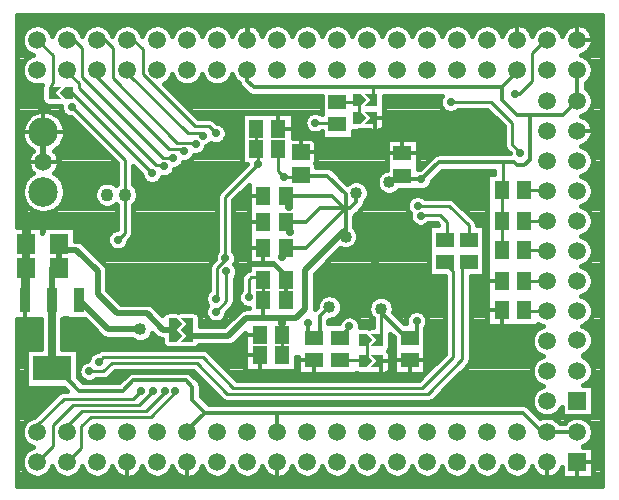
<source format=gbr>
G04 DipTrace 3.2.0.1*
G04 Íèæíèé.gbr*
%MOMM*%
G04 #@! TF.FileFunction,Copper,L2,Bot*
G04 #@! TF.Part,Single*
%AMOUTLINE0*
4,1,4,
-0.74997,-0.65,
0.74997,-0.65,
0.74997,0.65,
-0.74997,0.65,
-0.74997,-0.65,
0*%
%AMOUTLINE9*
4,1,5,
0.0,0.5,
-0.7,0.5,
-0.7,-0.5,
0.0,-0.5,
0.5,0.0,
0.0,0.5,
0*%
%AMOUTLINE12*
4,1,5,
-0.9,-0.5,
0.2,-0.5,
0.2,0.5,
-0.9,0.5,
-0.4,0.0,
-0.9,-0.5,
0*%
%AMOUTLINE15*
4,1,5,
0.0,-0.50003,
0.7,-0.5,
0.7,0.5,
0.0,0.50003,
-0.50003,0.0,
0.0,-0.50003,
0*%
%AMOUTLINE18*
4,1,5,
0.89997,0.5,
-0.2,0.5,
-0.2,-0.5,
0.89997,-0.5,
0.4,0.0,
0.89997,0.5,
0*%
G04 #@! TA.AperFunction,Conductor*
%ADD10C,0.25*%
G04 #@! TA.AperFunction,CopperBalancing*
%ADD14C,0.33*%
G04 #@! TA.AperFunction,ViaPad*
%ADD15C,0.7*%
G04 #@! TA.AperFunction,Conductor*
%ADD16C,0.5*%
%ADD18C,0.4*%
%ADD19C,0.8*%
G04 #@! TA.AperFunction,CopperBalancing*
%ADD21C,0.435*%
%ADD26R,1.5X1.3*%
%ADD28R,1.3X1.5*%
%ADD29R,1.6X1.8*%
G04 #@! TA.AperFunction,ComponentPad*
%ADD32C,1.5*%
%ADD33R,1.5X1.5*%
%ADD34C,2.5*%
%ADD44R,0.95X2.15*%
%ADD45R,3.25X2.15*%
G04 #@! TA.AperFunction,ComponentPad*
%ADD46C,1.1*%
G04 #@! TA.AperFunction,ViaPad*
%ADD48C,1.016*%
%ADD50C,1.0*%
%ADD95OUTLINE0*%
%ADD104OUTLINE9*%
%ADD107OUTLINE12*%
%ADD110OUTLINE15*%
%ADD113OUTLINE18*%
%FSLAX35Y35*%
G04*
G71*
G90*
G75*
G01*
G04 Bottom*
%LPD*%
X3362000Y3104000D2*
D14*
Y3054000D1*
X3332000Y3024000D1*
X3602000Y2344000D2*
X3592000D1*
X3550000Y2386000D1*
Y2470000D1*
X4412000Y2344000D2*
X4422000D1*
X4472000Y2394000D1*
Y2484000D1*
X4512000Y3684000D2*
X4382000D1*
X4352000Y3714000D1*
X3362000Y3324000D2*
X3400000D1*
Y3240000D1*
X3392000Y3454000D2*
Y3494000D1*
X3352000Y3534000D1*
Y3544000D1*
X3362000D1*
X3352000Y3704000D2*
D10*
X3472000D1*
X3492000Y3724000D1*
X3302000Y3944000D2*
Y3754000D1*
X3352000Y3704000D1*
X4512000Y3684000D2*
D14*
X4658000Y3830000D1*
X5200000D1*
D10*
Y3602000D1*
X5192000Y3594000D1*
X1382000Y2664000D2*
D15*
Y2084000D1*
X1442000Y3134000D2*
D10*
Y2934000D1*
D16*
X1382000D1*
Y2664000D1*
X3037000Y4612000D2*
D14*
Y4519000D1*
X3092000Y4464000D1*
X4102000D1*
X5192000D1*
X5323003Y4595003D1*
Y4612000D1*
X5577000Y1544000D2*
X5832000D1*
X5577000D2*
X5536000D1*
X5370000Y1710000D1*
X3292000D1*
X2680000D1*
X2529000Y1559000D1*
Y1544000D1*
X3291000D2*
X3292000Y1710000D1*
X1382000Y2084000D2*
X1426000D1*
X1616000Y1894000D1*
X1984000D1*
X2074000Y1984000D1*
X2516000D1*
X2570000Y1930000D1*
Y1820000D1*
X2680000Y1710000D1*
X4122000Y4354000D2*
D10*
X4102000D1*
Y4464000D1*
X5210000Y3830000D2*
D14*
X5300000D1*
X5325000Y3805000D1*
X5385000D1*
X5430000Y3850000D1*
Y4230000D1*
X5320000D1*
X5192000Y4358000D1*
Y4464000D1*
X3602000Y2344000D2*
X3652000D1*
Y2524000D1*
X3732000Y2604000D1*
X3870000Y3200000D2*
Y3440000D1*
X3910000D1*
X3960000Y3490000D1*
Y3570000D1*
X4240000Y3660000D2*
D10*
Y3650000D1*
D14*
X4304000Y3714000D1*
X4352000D1*
X1442000Y2934000D2*
D16*
Y3084000D1*
X1592000D1*
X1772000Y2904000D1*
Y2714000D1*
X1936000Y2550000D1*
X2186000D1*
X2326000Y2410000D1*
X2412000D1*
Y2432000D1*
X2440000Y2460000D1*
X2560000Y2360000D2*
D10*
Y2460000D1*
X3860000Y3250000D2*
D16*
X3530000Y2920000D1*
Y2590000D1*
X3450000Y2510000D1*
X3172000D1*
X3028000D1*
X2878000Y2360000D1*
X2560000D1*
X3362000Y3544000D2*
D14*
X3756000D1*
X3856000Y3444000D1*
X3652000D1*
X3532000Y3324000D1*
X3362000D1*
X4170000Y2590000D2*
X4155000Y2575000D1*
X4386000Y2344000D1*
D10*
X4412000D1*
X4172000Y2324000D2*
X4170000Y2590000D1*
X3332000Y2464000D2*
D14*
Y2364000D1*
D10*
Y2194000D1*
X5430000Y4230000D2*
D14*
X5713000D1*
X5831000Y4348000D1*
X5192000Y3594000D2*
D3*
D10*
Y3334000D1*
X5831000Y4612000D2*
D14*
Y4348000D1*
X5192000Y3334000D2*
D10*
Y3084000D1*
X3362000Y3104000D2*
D14*
X3534000D1*
X3870000Y3440000D1*
Y3560000D1*
X3716000Y3714000D1*
X3502000D1*
X3492000Y3704000D1*
D10*
X3352000D1*
X3172000Y2664000D2*
D14*
Y2510000D1*
Y2834000D2*
D10*
Y2854000D1*
X3072000D1*
X3052000Y2834000D1*
Y2684000D1*
X3172000Y2834000D2*
Y2664000D1*
X1312000Y4084000D2*
D16*
Y3834000D1*
X5831000Y4866000D2*
D10*
Y4965000D1*
X5792000Y5004000D1*
X5323003D1*
Y4866000D1*
Y5004000D2*
X3082000D1*
X3042000Y4964000D1*
Y4866000D1*
X3037000D1*
X1152000Y2664000D2*
D19*
Y2934000D1*
X1162000D1*
Y3134000D2*
D15*
Y2934000D1*
Y3134000D2*
D19*
Y3378000D1*
D14*
X1110000Y3430000D1*
Y3840000D1*
D10*
X1306000D1*
X1312000Y3834000D1*
X3362000Y2834000D2*
D14*
Y2664000D1*
X3172000Y3104000D2*
Y2970000D1*
D18*
X3260000D1*
X3320000Y2910000D1*
Y2834000D1*
X3362000D1*
X2132000Y2414000D2*
D16*
X1862000D1*
X1612000Y2664000D1*
X2232000Y3734000D2*
D10*
X1552000Y4414000D1*
X1492000D1*
X2332000Y3794000D2*
Y3804000D1*
X2266000D1*
X1610000Y4460000D1*
Y4496000D1*
X1513000Y4593000D1*
Y4612000D1*
X3800000Y4340000D2*
X3968000D1*
X3992000Y4364000D1*
Y4354000D1*
X4002000D1*
X3982000D1*
Y4204000D1*
X4002000D1*
X2412000Y3864000D2*
X2326000D1*
X1642000Y4548000D1*
Y4794000D1*
X1570000Y4866000D1*
X1513000D1*
X2502000Y3924000D2*
Y3944000D1*
X2376000D1*
X1767000Y4553000D1*
Y4612000D1*
X2852000Y3014000D2*
Y3004000D1*
X2782000Y2934000D1*
Y2684000D1*
X2772000Y2674000D1*
X2140000Y1890000D2*
X2074000Y1824000D1*
X1482000D1*
X1259000Y1601000D1*
Y1544000D1*
X3132000Y3814000D2*
X2852000Y3534000D1*
Y3014000D1*
X3132000Y3814000D2*
Y3944000D1*
X3112000D1*
Y4114000D1*
X2862000Y2904000D2*
X2872000D1*
X2862000Y2894000D1*
Y2654000D1*
X2772000Y2564000D1*
X2240000Y1890000D2*
X2124000Y1774000D1*
X1562000D1*
X1392000Y1604000D1*
Y1423000D1*
X1259000Y1290000D1*
X2340000Y1890000D2*
X2350000D1*
X2184000Y1724000D1*
X1642000D1*
X1513000Y1595000D1*
Y1544000D1*
X2430000Y1890000D2*
Y1880000D1*
X2224000Y1674000D1*
X1712000D1*
X1632000Y1594000D1*
Y1409000D1*
X1513000Y1290000D1*
X2602000Y3984000D2*
X2592000Y3994000D1*
X2446000D1*
X1902000Y4538000D1*
Y4794000D1*
X1830000Y4866000D1*
X1767000D1*
X2662000Y4054000D2*
X2642000Y4074000D1*
X2532000D1*
X2021003Y4584997D1*
Y4612000D1*
X2772000Y4074000D2*
X2712000Y4134000D1*
X2592000D1*
X2152000Y4574000D1*
Y4784000D1*
X2070000Y4866000D1*
X2021003D1*
X3822000Y2154000D2*
X4042000D1*
X4052000Y2144000D1*
Y2324000D1*
X5382000Y3594000D2*
X5569000D1*
X5577000Y3586000D1*
X5382000Y3334000D2*
X5575000D1*
X5577000Y3332000D1*
X3612000Y4164000D2*
X3786000D1*
X3800000Y4150000D1*
X5382000Y3084000D2*
X5577000D1*
Y3078000D1*
X5382000Y2824000D2*
X5577000D1*
X4480000Y3460000D2*
X4746000D1*
X4912000Y3294000D1*
Y3174000D1*
X1700000Y2060000D2*
X1820000D1*
X1890000Y2130000D1*
X2610000D1*
X2870000Y1870000D1*
X4570000D1*
X4860000Y2160000D1*
Y2984000D1*
X4912000D1*
X5302000Y4404000D2*
X5342000D1*
X5452000Y4514000D1*
Y4754000D1*
X5562000Y4864000D1*
X5575000D1*
X5577000Y4866000D1*
X1780000Y2140000D2*
X1820000Y2180000D1*
X2660000D1*
X2920000Y1920000D1*
X4520000D1*
X4780000Y2180000D1*
Y2910000D1*
X4712000Y2978000D1*
Y2984000D1*
X4505000Y3375000D2*
X4500000Y3380000D1*
X4670000D1*
X4730000Y3320000D1*
Y3192000D1*
X4712000Y3174000D1*
X5577000Y2570000D2*
X5386000D1*
D14*
X5382000Y2574000D1*
X1259003Y4866000D2*
D10*
X1390000Y4735003D1*
Y4500000D1*
X1371997Y4481997D1*
Y4414000D1*
X1550000Y4300000D2*
X2002000Y3848000D1*
Y3554000D1*
X1942000Y3174000D2*
X2002000Y3234000D1*
Y3554000D1*
X3902000Y2441000D2*
D14*
X3913000Y2452000D1*
X3902000Y2441000D2*
Y2424000D1*
X3822000Y2344000D1*
X4760000Y4340000D2*
D10*
X5100000D1*
X5280000Y4160000D1*
Y3980000D1*
X5350000Y3910000D1*
D15*
X3550000Y2470000D3*
X4472000Y2484000D3*
X4512000Y3684000D3*
X3400000Y3240000D3*
X3392000Y3454000D3*
X4512000Y3684000D3*
D48*
X3732000Y2604000D3*
X3870000Y3200000D3*
X3960000Y3570000D3*
X4240000Y3660000D3*
X4170000Y2590000D3*
D3*
D15*
X3332000Y2464000D3*
X3052000Y2684000D3*
D48*
X2132000Y2414000D3*
D15*
X2232000Y3734000D3*
X2332000Y3794000D3*
X2412000Y3864000D3*
X2502000Y3924000D3*
X2772000Y2674000D3*
X2140000Y1890000D3*
X3132000Y3814000D3*
D3*
X2862000Y2904000D3*
X2772000Y2564000D3*
X2240000Y1890000D3*
X2340000D3*
X2430000D3*
X2602000Y3984000D3*
X2662000Y4054000D3*
X2772000Y4074000D3*
X4480000Y3460000D3*
X1700000Y2060000D3*
X5302000Y4404000D3*
X1780000Y2140000D3*
X4505000Y3375000D3*
X1550000Y4300000D3*
X1942000Y3174000D3*
X3902000Y2441000D3*
D3*
X4760000Y4340000D3*
X5350000Y3910000D3*
D48*
X1120000Y2260000D3*
X1130000Y1880000D3*
X1920000Y2000000D3*
X2640000Y2670000D3*
D15*
X2852000Y3014000D3*
X3332000Y3024000D3*
X3352000Y3704000D3*
X3612000Y4164000D3*
D50*
X4122000Y3014000D3*
X1096143Y5035083D2*
D21*
X6033867D1*
X1096143Y4991917D2*
X1216753D1*
X1301237D2*
X1470787D1*
X1555187D2*
X1724733D1*
X1809220D2*
X1978767D1*
X2063253D2*
X2232800D1*
X2317200D2*
X2486750D1*
X2571233D2*
X2740783D1*
X2825183D2*
X2994817D1*
X3079217D2*
X3248763D1*
X3333250D2*
X3502797D1*
X3587197D2*
X3756747D1*
X3841230D2*
X4010780D1*
X4095263D2*
X4264810D1*
X4349213D2*
X4518760D1*
X4603247D2*
X4772793D1*
X4857193D2*
X5026740D1*
X5111227D2*
X5280773D1*
X5365260D2*
X5534807D1*
X5619207D2*
X5788757D1*
X5873240D2*
X6033867D1*
X1096143Y4948750D2*
X1152437D1*
X1365553D2*
X1406470D1*
X1619503D2*
X1660503D1*
X1873537D2*
X1914453D1*
X2127567D2*
X2168487D1*
X2381517D2*
X2422433D1*
X2635550D2*
X2676467D1*
X2889497D2*
X2930500D1*
X3143530D2*
X3184450D1*
X3397563D2*
X3438480D1*
X3651513D2*
X3692430D1*
X3905547D2*
X3946463D1*
X4159493D2*
X4200497D1*
X4413527D2*
X4454443D1*
X4667560D2*
X4708477D1*
X4921510D2*
X4962427D1*
X5175543D2*
X5216460D1*
X5429577D2*
X5470493D1*
X5683523D2*
X5724440D1*
X5937557D2*
X6033867D1*
X1096143Y4905583D2*
X1129287D1*
X5960750D2*
X6033867D1*
X1096143Y4862417D2*
X1123177D1*
X5966783D2*
X6033867D1*
X1096143Y4819250D2*
X1131793D1*
X5958287D2*
X6033867D1*
X1096143Y4776083D2*
X1158723D1*
X5931270D2*
X6033867D1*
X1096143Y4732917D2*
X1202990D1*
X5887003D2*
X6033867D1*
X1096143Y4689750D2*
X1148613D1*
X5941380D2*
X6033867D1*
X1096143Y4646583D2*
X1127760D1*
X5962197D2*
X6033867D1*
X1096143Y4603417D2*
X1123517D1*
X5966527D2*
X6033867D1*
X1096143Y4560250D2*
X1133747D1*
X5956247D2*
X6033867D1*
X1096143Y4517083D2*
X1163653D1*
X2370387D2*
X2433650D1*
X2624333D2*
X2687683D1*
X2878367D2*
X2941630D1*
X5926343D2*
X6033867D1*
X1096143Y4473917D2*
X1292030D1*
X2353990D2*
X2975273D1*
X5908330D2*
X6033867D1*
X1096143Y4430750D2*
X1291180D1*
X2397150D2*
X3017670D1*
X5937557D2*
X6033867D1*
X1096143Y4387583D2*
X1291180D1*
X2440310D2*
X3664137D1*
X4202823D2*
X4677467D1*
X5960750D2*
X6033867D1*
X1096143Y4344417D2*
X1294663D1*
X2483470D2*
X3664137D1*
X4202823D2*
X4664297D1*
X5966783D2*
X6033867D1*
X1096143Y4301250D2*
X1454133D1*
X2526630D2*
X3664137D1*
X4202740D2*
X4672793D1*
X5958287D2*
X6033867D1*
X1096143Y4258083D2*
X1256343D1*
X1367677D2*
X1464330D1*
X2569873D2*
X3664137D1*
X4202653D2*
X4714933D1*
X4805113D2*
X5080013D1*
X5931270D2*
X6033867D1*
X1096143Y4214917D2*
X1181920D1*
X1442020D2*
X1511993D1*
X2613037D2*
X2986150D1*
X3427810D2*
X3531600D1*
X4202823D2*
X5123173D1*
X5887003D2*
X6033867D1*
X1096143Y4171750D2*
X1148783D1*
X1475237D2*
X1576307D1*
X2776160D2*
X2986150D1*
X3427810D2*
X3516477D1*
X4202823D2*
X5166333D1*
X5941380D2*
X6033867D1*
X1096143Y4128583D2*
X1131707D1*
X1492317D2*
X1619467D1*
X2849737D2*
X2986150D1*
X3427810D2*
X3523273D1*
X4196793D2*
X5206690D1*
X5962197D2*
X6033867D1*
X1096143Y4085417D2*
X1126233D1*
X1497837D2*
X1662627D1*
X2867153D2*
X2986150D1*
X3427810D2*
X3560827D1*
X3935877D2*
X5206690D1*
X5966527D2*
X6033867D1*
X1096143Y4042250D2*
X1131027D1*
X1492997D2*
X1705873D1*
X2862140D2*
X2986150D1*
X3427810D2*
X3664137D1*
X3935877D2*
X5206690D1*
X5956247D2*
X6033867D1*
X1096143Y3999083D2*
X1147253D1*
X1476767D2*
X1749033D1*
X2828837D2*
X2986150D1*
X3624157D2*
X4216130D1*
X4487867D2*
X5206690D1*
X5926343D2*
X6033867D1*
X1096143Y3955917D2*
X1179030D1*
X1444907D2*
X1792193D1*
X2693407D2*
X2986150D1*
X3627810D2*
X4216130D1*
X4487867D2*
X5211020D1*
X5897453D2*
X6033867D1*
X1096143Y3912750D2*
X1202310D1*
X1421627D2*
X1835353D1*
X2663757D2*
X2986150D1*
X3627810D2*
X4216130D1*
X4487867D2*
X5245347D1*
X5944863D2*
X6033867D1*
X1096143Y3869583D2*
X1181070D1*
X1442953D2*
X1878513D1*
X2579900D2*
X2986150D1*
X3627810D2*
X4216130D1*
X4487867D2*
X4590043D1*
X5963470D2*
X6033867D1*
X1096143Y3826417D2*
X1176397D1*
X1447627D2*
X1921673D1*
X2499783D2*
X2986150D1*
X3623137D2*
X4216130D1*
X4487867D2*
X4546883D1*
X5966103D2*
X6033867D1*
X1096143Y3783250D2*
X1186337D1*
X1437687D2*
X1928640D1*
X2459340D2*
X2999320D1*
X3743440D2*
X4216130D1*
X4487867D2*
X4503637D1*
X5953953D2*
X6033867D1*
X1096143Y3740083D2*
X1215650D1*
X1408373D2*
X1928640D1*
X2075317D2*
X2123967D1*
X2410233D2*
X2956157D1*
X3797477D2*
X4164217D1*
X4675633D2*
X5126657D1*
X5920820D2*
X6033867D1*
X1096143Y3696917D2*
X1168837D1*
X1455187D2*
X1928640D1*
X2075317D2*
X2144017D1*
X2320003D2*
X2912997D1*
X3840637D2*
X4134907D1*
X4632470D2*
X5066163D1*
X5905950D2*
X6033867D1*
X1096143Y3653750D2*
X1141817D1*
X1482203D2*
X1797887D1*
X1906160D2*
X1928713D1*
X2075317D2*
X2183693D1*
X2280327D2*
X2869837D1*
X4031373D2*
X4128533D1*
X4602737D2*
X5066163D1*
X5948007D2*
X6033867D1*
X1096143Y3610583D2*
X1128777D1*
X1495203D2*
X1751583D1*
X2102420D2*
X2826677D1*
X3030533D2*
X3046133D1*
X4063657D2*
X4140430D1*
X4570960D2*
X5066163D1*
X5964490D2*
X6033867D1*
X1096143Y3567417D2*
X1126570D1*
X1497413D2*
X1736970D1*
X2117033D2*
X2787257D1*
X2987373D2*
X3046133D1*
X4071643D2*
X4181463D1*
X4298577D2*
X5066163D1*
X5965510D2*
X6033867D1*
X1096143Y3524250D2*
X1134937D1*
X1489087D2*
X1740197D1*
X2113803D2*
X2778673D1*
X2944127D2*
X3046133D1*
X4061363D2*
X4410520D1*
X4775460D2*
X5066163D1*
X5951407D2*
X6033867D1*
X1096143Y3481083D2*
X1155497D1*
X1468527D2*
X1763307D1*
X2090697D2*
X2778673D1*
X2925350D2*
X3046133D1*
X4036810D2*
X4386647D1*
X4826863D2*
X5066163D1*
X5914617D2*
X6033867D1*
X1096143Y3437917D2*
X1194747D1*
X1429273D2*
X1928640D1*
X2075317D2*
X2778673D1*
X2925350D2*
X3046133D1*
X4015487D2*
X4386900D1*
X4870023D2*
X5066163D1*
X5913257D2*
X6033867D1*
X1096143Y3394750D2*
X1928640D1*
X2075317D2*
X2778673D1*
X2925350D2*
X3046133D1*
X3972070D2*
X4411283D1*
X4913183D2*
X5066163D1*
X5950897D2*
X6033867D1*
X1096143Y3351583D2*
X1928640D1*
X2075317D2*
X2778673D1*
X2925350D2*
X3046133D1*
X3947347D2*
X4412220D1*
X4956343D2*
X5066163D1*
X5965340D2*
X6033867D1*
X1096143Y3308417D2*
X1928640D1*
X2075317D2*
X2778673D1*
X2925350D2*
X3046133D1*
X3947347D2*
X4437877D1*
X4572063D2*
X4639660D1*
X4983787D2*
X5066163D1*
X5964743D2*
X6033867D1*
X1582800Y3265250D2*
X1928640D1*
X2075317D2*
X2778673D1*
X2925350D2*
X3046133D1*
X3959497D2*
X4576193D1*
X5047847D2*
X5066147D1*
X5948600D2*
X6033867D1*
X1582800Y3222083D2*
X1859823D1*
X2074297D2*
X2778673D1*
X2925350D2*
X3046133D1*
X3979377D2*
X4576193D1*
X5047847D2*
X5066147D1*
X5907480D2*
X6033867D1*
X1582800Y3178917D2*
X1846313D1*
X2048810D2*
X2778673D1*
X2925350D2*
X3046133D1*
X3979547D2*
X4576193D1*
X5047847D2*
X5066147D1*
X5919630D2*
X6033867D1*
X1659857Y3135750D2*
X1854553D1*
X2029440D2*
X2778673D1*
X2925350D2*
X3046133D1*
X3960260D2*
X4576193D1*
X5047847D2*
X5066147D1*
X5953443D2*
X6033867D1*
X1703020Y3092583D2*
X1895930D1*
X1988063D2*
X2778673D1*
X2925350D2*
X3046133D1*
X3822200D2*
X4576193D1*
X5047847D2*
X5066147D1*
X5966020D2*
X6033867D1*
X1746180Y3049417D2*
X2763297D1*
X2940730D2*
X3046133D1*
X3779040D2*
X4576193D1*
X5047847D2*
X5066147D1*
X5963723D2*
X6033867D1*
X1789340Y3006250D2*
X2752337D1*
X2947527D2*
X3046133D1*
X3735880D2*
X4576193D1*
X5047847D2*
X5066147D1*
X5945543D2*
X6033867D1*
X1832500Y2963083D2*
X2715123D1*
X2936227D2*
X3046133D1*
X3692720D2*
X4576193D1*
X5047847D2*
X5066147D1*
X5899240D2*
X6033867D1*
X1856287Y2919917D2*
X2708667D1*
X2956447D2*
X3046133D1*
X3649473D2*
X4576193D1*
X5047847D2*
X5066147D1*
X5925323D2*
X6033867D1*
X1857817Y2876750D2*
X2708667D1*
X2953730D2*
X2993540D1*
X3615830D2*
X4576193D1*
X5047847D2*
X5066147D1*
X5955823D2*
X6033867D1*
X1857817Y2833583D2*
X2708667D1*
X2935377D2*
X2978673D1*
X3615830D2*
X4706693D1*
X4933317D2*
X5066163D1*
X5966527D2*
X6033867D1*
X1857817Y2790417D2*
X2708667D1*
X2935377D2*
X2978673D1*
X3615830D2*
X4706693D1*
X4933317D2*
X5066163D1*
X5962450D2*
X6033867D1*
X1858327Y2747250D2*
X2708667D1*
X2935377D2*
X2978673D1*
X3615830D2*
X4706693D1*
X4933317D2*
X5066163D1*
X5942143D2*
X6033867D1*
X1901487Y2704083D2*
X2681223D1*
X2935377D2*
X2958367D1*
X3615830D2*
X3689030D1*
X3775047D2*
X4706693D1*
X4933317D2*
X5066163D1*
X5889300D2*
X6033867D1*
X1944647Y2660917D2*
X2677060D1*
X2935377D2*
X2959133D1*
X3615830D2*
X3636697D1*
X3827297D2*
X4085120D1*
X4254820D2*
X4706693D1*
X4933317D2*
X5066163D1*
X5930333D2*
X6033867D1*
X2235640Y2617750D2*
X2693630D1*
X2925010D2*
X2984537D1*
X3842760D2*
X4062010D1*
X4278013D2*
X4706693D1*
X4933317D2*
X5066163D1*
X5957863D2*
X6033867D1*
X2281007Y2574583D2*
X2676807D1*
X2884487D2*
X2973917D1*
X3839530D2*
X4059460D1*
X4280563D2*
X4454783D1*
X4489227D2*
X4706693D1*
X4933317D2*
X5066163D1*
X5966783D2*
X6033867D1*
X2636653Y2531417D2*
X2682160D1*
X2861800D2*
X2929820D1*
X3815403D2*
X3883677D1*
X3920367D2*
X4075773D1*
X4306137D2*
X4389363D1*
X4554563D2*
X4706693D1*
X4933317D2*
X5066163D1*
X5961090D2*
X6033867D1*
X1096143Y2488250D2*
X1286167D1*
X1477873D2*
X1668150D1*
X2640817D2*
X2716313D1*
X2827647D2*
X2886660D1*
X3729337D2*
X3819277D1*
X3984730D2*
X4097440D1*
X4349297D2*
X4376280D1*
X4567730D2*
X4706693D1*
X4933317D2*
X5066163D1*
X5938320D2*
X6033867D1*
X1096143Y2445083D2*
X1286167D1*
X1477873D2*
X1711310D1*
X2640817D2*
X2843500D1*
X3997730D2*
X4097780D1*
X4559150D2*
X4706693D1*
X4933317D2*
X5066163D1*
X5507823D2*
X5531580D1*
X5882587D2*
X6033867D1*
X1096143Y2401917D2*
X1286167D1*
X1477873D2*
X1754470D1*
X4549380D2*
X4706693D1*
X4933317D2*
X5473127D1*
X5940787D2*
X6033867D1*
X1096143Y2358750D2*
X1286167D1*
X1477873D2*
X1797630D1*
X2228333D2*
X2257690D1*
X2996380D2*
X3016153D1*
X4547850D2*
X4706693D1*
X4933317D2*
X5448317D1*
X5962620D2*
X6033867D1*
X1096143Y2315583D2*
X1286167D1*
X1477873D2*
X2084970D1*
X2179053D2*
X2309180D1*
X2953220D2*
X3016140D1*
X4252867D2*
X4276190D1*
X4547850D2*
X4706693D1*
X4933317D2*
X5441180D1*
X5967717D2*
X6033867D1*
X1096143Y2272417D2*
X1286167D1*
X1477873D2*
X2323453D1*
X2626543D2*
X3016140D1*
X4252780D2*
X4276173D1*
X4547850D2*
X4706693D1*
X4933317D2*
X5448573D1*
X5958117D2*
X6033867D1*
X1096143Y2229250D2*
X1158640D1*
X1605313D2*
X1755490D1*
X2712693D2*
X3016140D1*
X4240463D2*
X4276197D1*
X4547850D2*
X4706693D1*
X4933317D2*
X5473807D1*
X5929570D2*
X6033867D1*
X1096143Y2186083D2*
X1158640D1*
X1605313D2*
X1696613D1*
X2755853D2*
X3016140D1*
X4252867D2*
X4276190D1*
X4547850D2*
X4684180D1*
X4933317D2*
X5529117D1*
X5881567D2*
X6033867D1*
X1096143Y2142917D2*
X1158640D1*
X1605313D2*
X1657020D1*
X2799013D2*
X3016140D1*
X4252867D2*
X4276190D1*
X4547850D2*
X4641020D1*
X4931193D2*
X5469047D1*
X5939000D2*
X6033867D1*
X1096143Y2099750D2*
X1158640D1*
X2842173D2*
X3016140D1*
X4252867D2*
X4276190D1*
X4547850D2*
X4597860D1*
X4901627D2*
X5446703D1*
X5961347D2*
X6033867D1*
X1096143Y2056583D2*
X1158640D1*
X1918480D2*
X2061943D1*
X2528073D2*
X2581480D1*
X2885333D2*
X3466180D1*
X4238677D2*
X4276197D1*
X4858467D2*
X5441267D1*
X5966697D2*
X6033867D1*
X1096143Y2013417D2*
X1158640D1*
X1875320D2*
X1995843D1*
X2594173D2*
X2624640D1*
X2928497D2*
X4511537D1*
X4815307D2*
X5450440D1*
X5957523D2*
X6033867D1*
X1096143Y1970250D2*
X1158640D1*
X1647283D2*
X1677920D1*
X1722057D2*
X1952683D1*
X2635210D2*
X2667800D1*
X4772147D2*
X5478480D1*
X5929570D2*
X6033867D1*
X1096143Y1927083D2*
X1158640D1*
X2647360D2*
X2710960D1*
X4728987D2*
X5516880D1*
X5966867D2*
X6033867D1*
X1096143Y1883917D2*
X1443430D1*
X2647360D2*
X2754207D1*
X4685827D2*
X5465310D1*
X5966867D2*
X6033867D1*
X1096143Y1840750D2*
X1396870D1*
X2656790D2*
X2797367D1*
X4642667D2*
X5445343D1*
X5966867D2*
X6033867D1*
X1096143Y1797583D2*
X1353627D1*
X2699950D2*
X5441607D1*
X5966867D2*
X6033867D1*
X1096143Y1754417D2*
X1310463D1*
X5433143D2*
X5452573D1*
X5966867D2*
X6033867D1*
X1096143Y1711250D2*
X1267303D1*
X5670353D2*
X5695170D1*
X5966867D2*
X6033867D1*
X1096143Y1668083D2*
X1211147D1*
X5624900D2*
X5784167D1*
X5879867D2*
X6033867D1*
X1096143Y1624917D2*
X1150993D1*
X5684967D2*
X5724017D1*
X5940020D2*
X6033867D1*
X1096143Y1581750D2*
X1128777D1*
X5962280D2*
X6033867D1*
X1096143Y1538583D2*
X1123347D1*
X5967717D2*
X6033867D1*
X1096143Y1495417D2*
X1132473D1*
X5958543D2*
X6033867D1*
X1096143Y1452250D2*
X1160423D1*
X5930503D2*
X6033867D1*
X1096143Y1409083D2*
X1198910D1*
X5967803D2*
X6033867D1*
X1096143Y1365917D2*
X1147253D1*
X5967803D2*
X6033867D1*
X1096143Y1322750D2*
X1127250D1*
X5967803D2*
X6033867D1*
X1096143Y1279583D2*
X1123517D1*
X5967803D2*
X6033867D1*
X1096143Y1236417D2*
X1134597D1*
X5967803D2*
X6033867D1*
X1096143Y1193250D2*
X1165607D1*
X1352383D2*
X1419640D1*
X1606417D2*
X1673587D1*
X1860367D2*
X1927620D1*
X2114400D2*
X2181570D1*
X2368433D2*
X2435603D1*
X2622380D2*
X2689637D1*
X2876413D2*
X2943583D1*
X3130363D2*
X3197617D1*
X3384397D2*
X3451567D1*
X3638430D2*
X3705600D1*
X3892377D2*
X3959633D1*
X4146410D2*
X4213580D1*
X4400357D2*
X4467613D1*
X4654390D2*
X4721647D1*
X4908423D2*
X4975593D1*
X5162373D2*
X5229627D1*
X5416407D2*
X5483577D1*
X5670353D2*
X5696177D1*
X5967803D2*
X6033867D1*
X1096143Y1150083D2*
X6033867D1*
X1096143Y1106917D2*
X6033867D1*
X4280517Y2222510D2*
X4280510Y2346297D1*
X4248317Y2378433D1*
Y2269567D1*
X4245727Y2256543D1*
X4240167Y2244483D1*
X4231933Y2234043D1*
X4239567Y2224470D1*
X4245280Y2212770D1*
X4248163Y2200073D1*
X4248490Y2163550D1*
X4248323Y2089653D1*
X4245830Y2076873D1*
X4240480Y2065003D1*
X4232553Y2054673D1*
X4222470Y2046433D1*
X4210770Y2040720D1*
X4198073Y2037837D1*
X4161550Y2037510D1*
X4074193Y2038053D1*
X4065187Y2039070D1*
X4051983Y2037510D1*
X3977567Y2037683D1*
X3964543Y2040273D1*
X3956340Y2043677D1*
X3953490Y2036240D1*
Y2032510D1*
X3470510D1*
Y2182737D1*
X3453500Y2182750D1*
X3453490Y2062510D1*
X3020510D1*
Y2387257D1*
X2930923Y2298033D1*
X2920580Y2290517D1*
X2909183Y2284713D1*
X2897023Y2280760D1*
X2884393Y2278760D1*
X2747500Y2278510D1*
X2626940D1*
X2619943Y2270057D1*
X2609517Y2261833D1*
X2597457Y2256273D1*
X2584433Y2253683D1*
X2465567D1*
X2456797Y2255077D1*
X2444433Y2253683D1*
X2365567D1*
X2352543Y2256273D1*
X2340483Y2261833D1*
X2330057Y2270057D1*
X2321833Y2280483D1*
X2316273Y2292543D1*
X2313683Y2305567D1*
X2313253Y2329513D1*
X2300817Y2332497D1*
X2289003Y2337390D1*
X2278100Y2344073D1*
X2268360Y2352397D1*
X2235397Y2385360D1*
X2231123Y2372943D1*
X2223480Y2357940D1*
X2213583Y2344320D1*
X2201680Y2332417D1*
X2188060Y2322520D1*
X2173057Y2314877D1*
X2157047Y2309673D1*
X2140417Y2307040D1*
X2123583D1*
X2106953Y2309673D1*
X2090943Y2314877D1*
X2075940Y2322520D1*
X2062200Y2332527D1*
X1855607Y2332760D1*
X1842977Y2334760D1*
X1830817Y2338713D1*
X1819420Y2344517D1*
X1809077Y2352033D1*
X1712100Y2448657D1*
X1660733Y2500020D1*
X1508010Y2500010D1*
Y2512670D1*
X1486050Y2512750D1*
X1485990Y2500010D1*
X1473500D1*
X1473490Y2247947D1*
X1600990Y2247990D1*
Y2012223D1*
X1646247Y1966977D1*
X1953720Y1966990D1*
X2026597Y2039503D1*
X2035863Y2046233D1*
X2046067Y2051433D1*
X2056960Y2054973D1*
X2068273Y2056767D1*
X2248000Y2056990D1*
X2521727Y2056767D1*
X2533040Y2054973D1*
X2543933Y2051433D1*
X2554137Y2046233D1*
X2563403Y2039503D1*
X2621613Y1981613D1*
X2629050Y1972903D1*
X2635033Y1963137D1*
X2639417Y1952557D1*
X2642090Y1941417D1*
X2642990Y1930000D1*
Y1850223D1*
X2710223Y1783000D1*
X5375727Y1782767D1*
X5387040Y1780973D1*
X5397933Y1777433D1*
X5408137Y1772233D1*
X5417403Y1765503D1*
X5520437Y1662787D1*
X5536367Y1669053D1*
X5556430Y1673870D1*
X5577000Y1675490D1*
X5597570Y1673870D1*
X5617633Y1669053D1*
X5636697Y1661160D1*
X5654287Y1650377D1*
X5669977Y1636977D1*
X5683377Y1621287D1*
X5686267Y1616963D1*
X5722707Y1616990D1*
X5732013Y1629397D1*
X5746603Y1643987D1*
X5763297Y1656113D1*
X5781680Y1665480D1*
X5801303Y1671857D1*
X5821683Y1675083D1*
X5842317D1*
X5862697Y1671857D1*
X5882320Y1665480D1*
X5900703Y1656113D1*
X5917397Y1643987D1*
X5931987Y1629397D1*
X5944113Y1612703D1*
X5953480Y1594320D1*
X5959857Y1574697D1*
X5963083Y1554317D1*
Y1533683D1*
X5959857Y1513303D1*
X5953480Y1493680D1*
X5944113Y1475297D1*
X5931987Y1458603D1*
X5917397Y1444013D1*
X5900703Y1431887D1*
X5882320Y1422520D1*
X5879557Y1421500D1*
X5963490Y1421490D1*
Y1158510D1*
X5700510D1*
Y1244880D1*
X5694637Y1231253D1*
X5685857Y1216247D1*
X5675173Y1202527D1*
X5662773Y1190340D1*
X5648877Y1179893D1*
X5633720Y1171373D1*
X5617570Y1164927D1*
X5600713Y1160667D1*
X5583440Y1158667D1*
X5566057Y1158967D1*
X5548863Y1161557D1*
X5532163Y1166390D1*
X5516243Y1173387D1*
X5501390Y1182423D1*
X5487857Y1193340D1*
X5475883Y1205947D1*
X5465677Y1220023D1*
X5457417Y1235323D1*
X5451247Y1251580D1*
X5450000Y1255943D1*
X5444480Y1239680D1*
X5435113Y1221297D1*
X5422987Y1204603D1*
X5408397Y1190013D1*
X5391703Y1177887D1*
X5373320Y1168520D1*
X5353697Y1162143D1*
X5333317Y1158917D1*
X5312683D1*
X5292303Y1162143D1*
X5272680Y1168520D1*
X5254297Y1177887D1*
X5237603Y1190013D1*
X5223013Y1204603D1*
X5210887Y1221297D1*
X5201520Y1239680D1*
X5196053Y1256083D1*
X5190480Y1239680D1*
X5181113Y1221297D1*
X5168987Y1204603D1*
X5154397Y1190013D1*
X5137703Y1177887D1*
X5119320Y1168520D1*
X5099697Y1162143D1*
X5079317Y1158917D1*
X5058683D1*
X5038303Y1162143D1*
X5018680Y1168520D1*
X5000297Y1177887D1*
X4983603Y1190013D1*
X4969013Y1204603D1*
X4956887Y1221297D1*
X4947520Y1239680D1*
X4942053Y1256083D1*
X4936480Y1239680D1*
X4927113Y1221297D1*
X4914987Y1204603D1*
X4900397Y1190013D1*
X4883703Y1177887D1*
X4865320Y1168520D1*
X4845697Y1162143D1*
X4825317Y1158917D1*
X4804683D1*
X4784303Y1162143D1*
X4764680Y1168520D1*
X4746297Y1177887D1*
X4729603Y1190013D1*
X4715013Y1204603D1*
X4702887Y1221297D1*
X4693520Y1239680D1*
X4688053Y1256083D1*
X4682480Y1239680D1*
X4673113Y1221297D1*
X4660987Y1204603D1*
X4646397Y1190013D1*
X4629703Y1177887D1*
X4611320Y1168520D1*
X4591697Y1162143D1*
X4571317Y1158917D1*
X4550683D1*
X4530303Y1162143D1*
X4510680Y1168520D1*
X4492297Y1177887D1*
X4475603Y1190013D1*
X4461013Y1204603D1*
X4448887Y1221297D1*
X4439520Y1239680D1*
X4434053Y1256083D1*
X4428480Y1239680D1*
X4419113Y1221297D1*
X4406987Y1204603D1*
X4392397Y1190013D1*
X4375703Y1177887D1*
X4357320Y1168520D1*
X4337697Y1162143D1*
X4317317Y1158917D1*
X4296683D1*
X4276303Y1162143D1*
X4256680Y1168520D1*
X4238297Y1177887D1*
X4221603Y1190013D1*
X4207013Y1204603D1*
X4194887Y1221297D1*
X4185520Y1239680D1*
X4180053Y1256083D1*
X4174480Y1239680D1*
X4165113Y1221297D1*
X4152987Y1204603D1*
X4138397Y1190013D1*
X4121703Y1177887D1*
X4103320Y1168520D1*
X4083697Y1162143D1*
X4063317Y1158917D1*
X4042683D1*
X4022303Y1162143D1*
X4002680Y1168520D1*
X3984297Y1177887D1*
X3967603Y1190013D1*
X3953013Y1204603D1*
X3940887Y1221297D1*
X3931520Y1239680D1*
X3926053Y1256083D1*
X3920480Y1239680D1*
X3911113Y1221297D1*
X3898987Y1204603D1*
X3884397Y1190013D1*
X3867703Y1177887D1*
X3849320Y1168520D1*
X3829697Y1162143D1*
X3809317Y1158917D1*
X3788683D1*
X3768303Y1162143D1*
X3748680Y1168520D1*
X3730297Y1177887D1*
X3713603Y1190013D1*
X3699013Y1204603D1*
X3686887Y1221297D1*
X3677520Y1239680D1*
X3672053Y1256083D1*
X3666480Y1239680D1*
X3657113Y1221297D1*
X3644987Y1204603D1*
X3630397Y1190013D1*
X3613703Y1177887D1*
X3595320Y1168520D1*
X3575697Y1162143D1*
X3555317Y1158917D1*
X3534683D1*
X3514303Y1162143D1*
X3494680Y1168520D1*
X3476297Y1177887D1*
X3459603Y1190013D1*
X3445013Y1204603D1*
X3432887Y1221297D1*
X3423520Y1239680D1*
X3418053Y1256083D1*
X3412263Y1239160D1*
X3404497Y1223603D1*
X3394743Y1209210D1*
X3383177Y1196230D1*
X3369997Y1184887D1*
X3355437Y1175383D1*
X3339753Y1167880D1*
X3323213Y1162517D1*
X3306110Y1159380D1*
X3288743Y1158530D1*
X3271417Y1159977D1*
X3254433Y1163697D1*
X3238087Y1169627D1*
X3222667Y1177660D1*
X3208443Y1187657D1*
X3195660Y1199447D1*
X3184547Y1212817D1*
X3175293Y1227537D1*
X3168063Y1243350D1*
X3164000Y1255943D1*
X3158480Y1239680D1*
X3149113Y1221297D1*
X3136987Y1204603D1*
X3122397Y1190013D1*
X3105703Y1177887D1*
X3087320Y1168520D1*
X3067697Y1162143D1*
X3047317Y1158917D1*
X3026683D1*
X3006303Y1162143D1*
X2986680Y1168520D1*
X2968297Y1177887D1*
X2951603Y1190013D1*
X2937013Y1204603D1*
X2924887Y1221297D1*
X2915520Y1239680D1*
X2910053Y1256083D1*
X2904480Y1239680D1*
X2895113Y1221297D1*
X2882987Y1204603D1*
X2868397Y1190013D1*
X2851703Y1177887D1*
X2833320Y1168520D1*
X2813697Y1162143D1*
X2793317Y1158917D1*
X2772683D1*
X2752303Y1162143D1*
X2732680Y1168520D1*
X2714297Y1177887D1*
X2697603Y1190013D1*
X2683013Y1204603D1*
X2670887Y1221297D1*
X2661520Y1239680D1*
X2656053Y1256083D1*
X2650263Y1239160D1*
X2642497Y1223603D1*
X2632743Y1209210D1*
X2621177Y1196230D1*
X2607997Y1184887D1*
X2593437Y1175383D1*
X2577753Y1167880D1*
X2561213Y1162517D1*
X2544110Y1159380D1*
X2526743Y1158530D1*
X2509417Y1159977D1*
X2492433Y1163697D1*
X2476087Y1169627D1*
X2460667Y1177660D1*
X2446443Y1187657D1*
X2433660Y1199447D1*
X2422547Y1212817D1*
X2413293Y1227537D1*
X2406063Y1243350D1*
X2402000Y1255943D1*
X2396480Y1239680D1*
X2387113Y1221297D1*
X2374987Y1204603D1*
X2360397Y1190013D1*
X2343703Y1177887D1*
X2325320Y1168520D1*
X2305697Y1162143D1*
X2285317Y1158917D1*
X2264683D1*
X2244303Y1162143D1*
X2224680Y1168520D1*
X2206297Y1177887D1*
X2189603Y1190013D1*
X2175013Y1204603D1*
X2162887Y1221297D1*
X2153520Y1239680D1*
X2148053Y1256083D1*
X2142263Y1239160D1*
X2134497Y1223603D1*
X2124743Y1209210D1*
X2113177Y1196230D1*
X2099997Y1184887D1*
X2085437Y1175383D1*
X2069753Y1167880D1*
X2053213Y1162517D1*
X2036110Y1159380D1*
X2018743Y1158530D1*
X2001417Y1159977D1*
X1984433Y1163697D1*
X1968087Y1169627D1*
X1952667Y1177660D1*
X1938443Y1187657D1*
X1925660Y1199447D1*
X1914547Y1212817D1*
X1905293Y1227537D1*
X1898063Y1243350D1*
X1894000Y1255943D1*
X1888480Y1239680D1*
X1879113Y1221297D1*
X1866987Y1204603D1*
X1852397Y1190013D1*
X1835703Y1177887D1*
X1817320Y1168520D1*
X1797697Y1162143D1*
X1777317Y1158917D1*
X1756683D1*
X1736303Y1162143D1*
X1716680Y1168520D1*
X1698297Y1177887D1*
X1681603Y1190013D1*
X1667013Y1204603D1*
X1654887Y1221297D1*
X1645520Y1239680D1*
X1640053Y1256083D1*
X1634480Y1239680D1*
X1625113Y1221297D1*
X1612987Y1204603D1*
X1598397Y1190013D1*
X1581703Y1177887D1*
X1563320Y1168520D1*
X1543697Y1162143D1*
X1523317Y1158917D1*
X1502683D1*
X1482303Y1162143D1*
X1462680Y1168520D1*
X1444297Y1177887D1*
X1427603Y1190013D1*
X1413013Y1204603D1*
X1400887Y1221297D1*
X1391520Y1239680D1*
X1386053Y1256083D1*
X1380480Y1239680D1*
X1371113Y1221297D1*
X1358987Y1204603D1*
X1344397Y1190013D1*
X1327703Y1177887D1*
X1309320Y1168520D1*
X1289697Y1162143D1*
X1269317Y1158917D1*
X1248683D1*
X1228303Y1162143D1*
X1208680Y1168520D1*
X1190297Y1177887D1*
X1173603Y1190013D1*
X1159013Y1204603D1*
X1146887Y1221297D1*
X1137520Y1239680D1*
X1131143Y1259303D1*
X1127917Y1279683D1*
Y1300317D1*
X1131143Y1320697D1*
X1137520Y1340320D1*
X1146887Y1358703D1*
X1159013Y1375397D1*
X1173603Y1389987D1*
X1190297Y1402113D1*
X1208680Y1411480D1*
X1225083Y1416947D1*
X1208680Y1422520D1*
X1190297Y1431887D1*
X1173603Y1444013D1*
X1159013Y1458603D1*
X1146887Y1475297D1*
X1137520Y1493680D1*
X1131143Y1513303D1*
X1127917Y1533683D1*
Y1554317D1*
X1131143Y1574697D1*
X1137520Y1594320D1*
X1146887Y1612703D1*
X1159013Y1629397D1*
X1173603Y1643987D1*
X1190297Y1656113D1*
X1208680Y1665480D1*
X1228303Y1671857D1*
X1233250Y1672840D1*
X1437193Y1876460D1*
X1445953Y1882823D1*
X1455600Y1887740D1*
X1465893Y1891083D1*
X1476587Y1892777D1*
X1513860Y1892990D1*
X1486710Y1920067D1*
X1163010Y1920010D1*
Y2247990D1*
X1290537D1*
X1290240Y2500010D1*
X1278010D1*
Y2502813D1*
X1256050Y2502750D1*
X1255990Y2500010D1*
X1091760D1*
X1091750Y1091797D1*
X6038260Y1091750D1*
X6038250Y5078250D1*
X1091740D1*
X1091750Y3280560D1*
X1298490Y3280490D1*
Y3227253D1*
X1305510Y3248510D1*
Y3280490D1*
X1578490D1*
Y3165537D1*
X1598393Y3165240D1*
X1611023Y3163240D1*
X1623183Y3159287D1*
X1634580Y3153483D1*
X1644923Y3145967D1*
X1741900Y3049343D1*
X1833967Y2956923D1*
X1841483Y2946580D1*
X1847287Y2935183D1*
X1851240Y2923023D1*
X1853240Y2910393D1*
X1853490Y2773500D1*
Y2747757D1*
X1969780Y2631463D1*
X2192393Y2631240D1*
X2205023Y2629240D1*
X2217183Y2625287D1*
X2228580Y2619483D1*
X2238923Y2611967D1*
X2318297Y2532947D1*
X2324297Y2543203D1*
X2333313Y2552957D1*
X2344353Y2560333D1*
X2356813Y2564930D1*
X2370000Y2566490D1*
X2444433Y2566317D1*
X2453203Y2564923D1*
X2465567Y2566317D1*
X2584433D1*
X2597457Y2563727D1*
X2609517Y2558167D1*
X2619943Y2549943D1*
X2628167Y2539517D1*
X2633727Y2527457D1*
X2636317Y2514433D1*
X2636490Y2441437D1*
X2844193Y2441490D1*
X2975077Y2571967D1*
X2985420Y2579480D1*
X2996817Y2585287D1*
X3008977Y2589240D1*
X3021607Y2591240D1*
X3050513Y2591490D1*
X3030643Y2595037D1*
X3016987Y2599473D1*
X3004197Y2605993D1*
X2992583Y2614430D1*
X2982430Y2624583D1*
X2973993Y2636197D1*
X2967473Y2648987D1*
X2963037Y2662643D1*
X2960793Y2676823D1*
Y2691177D1*
X2963037Y2705357D1*
X2967473Y2719013D1*
X2973993Y2731803D1*
X2983020Y2744057D1*
X2983223Y2839413D1*
X2984917Y2850107D1*
X2988260Y2860400D1*
X2993177Y2870047D1*
X2999540Y2878807D1*
X3027193Y2906460D1*
X3035953Y2912823D1*
X3050510Y2920010D1*
Y2965490D1*
X3261667D1*
X3256470Y2972487D1*
X3050510Y2972510D1*
Y3634953D1*
X2920953Y3505387D1*
X2920990Y3074107D1*
X2930007Y3061803D1*
X2936527Y3049013D1*
X2940963Y3035357D1*
X2943207Y3021177D1*
Y3006823D1*
X2940963Y2992643D1*
X2936527Y2978987D1*
X2929617Y2965613D1*
X2940007Y2951803D1*
X2946527Y2939013D1*
X2950963Y2925357D1*
X2953207Y2911177D1*
Y2896823D1*
X2950963Y2882643D1*
X2946527Y2868987D1*
X2940007Y2856197D1*
X2930980Y2843943D1*
X2930777Y2648587D1*
X2929083Y2637893D1*
X2925740Y2627600D1*
X2920823Y2617953D1*
X2914460Y2609193D1*
X2863263Y2557697D1*
X2860963Y2542643D1*
X2856527Y2528987D1*
X2850007Y2516197D1*
X2841570Y2504583D1*
X2831417Y2494430D1*
X2819803Y2485993D1*
X2807013Y2479473D1*
X2793357Y2475037D1*
X2779177Y2472793D1*
X2764823D1*
X2750643Y2475037D1*
X2736987Y2479473D1*
X2724197Y2485993D1*
X2712583Y2494430D1*
X2702430Y2504583D1*
X2693993Y2516197D1*
X2687473Y2528987D1*
X2683037Y2542643D1*
X2680793Y2556823D1*
Y2571177D1*
X2683037Y2585357D1*
X2687473Y2599013D1*
X2693993Y2611803D1*
X2698903Y2618943D1*
X2690483Y2632463D1*
X2684987Y2645727D1*
X2681637Y2659687D1*
X2680510Y2674000D1*
X2681637Y2688313D1*
X2684987Y2702273D1*
X2690483Y2715537D1*
X2697983Y2727777D1*
X2707307Y2738693D1*
X2713000Y2743900D1*
X2713223Y2939413D1*
X2714917Y2950107D1*
X2718260Y2960400D1*
X2723177Y2970047D1*
X2729540Y2978807D1*
X2760550Y3010120D1*
X2760793Y3021177D1*
X2763037Y3035357D1*
X2767473Y3049013D1*
X2773993Y3061803D1*
X2783020Y3074057D1*
X2783223Y3539413D1*
X2784917Y3550107D1*
X2788260Y3560400D1*
X2793177Y3570047D1*
X2799540Y3578807D1*
X2941633Y3721200D1*
X3032890Y3812457D1*
X2990510Y3812510D1*
Y4245490D1*
X3423490D1*
Y4035483D1*
X3571343Y4035330D1*
X3584123Y4032840D1*
X3595993Y4027487D1*
X3606323Y4019560D1*
X3614563Y4009477D1*
X3620277Y3997777D1*
X3623160Y3985080D1*
X3623487Y3948557D1*
X3623320Y3844660D1*
X3620830Y3831880D1*
X3615467Y3819997D1*
X3615163Y3818517D1*
X3620723Y3806457D1*
X3623313Y3793433D1*
X3623487Y3788983D1*
X3632500Y3786990D1*
X3721727Y3786767D1*
X3733040Y3784973D1*
X3743933Y3781433D1*
X3754137Y3776233D1*
X3763403Y3769503D1*
X3885783Y3647440D1*
X3896937Y3656800D1*
X3911290Y3665597D1*
X3926847Y3672040D1*
X3943217Y3675970D1*
X3960000Y3677290D1*
X3976783Y3675970D1*
X3993153Y3672040D1*
X4008710Y3665597D1*
X4023063Y3656800D1*
X4035867Y3645867D1*
X4046800Y3633063D1*
X4055597Y3618710D1*
X4062040Y3603153D1*
X4065970Y3586783D1*
X4067290Y3570000D1*
X4065970Y3553217D1*
X4062040Y3536847D1*
X4055597Y3521290D1*
X4046800Y3506937D1*
X4035867Y3494133D1*
X4032990Y3491477D1*
X4032090Y3478583D1*
X4029417Y3467443D1*
X4025033Y3456863D1*
X4019050Y3447097D1*
X4011597Y3438373D1*
X3967403Y3394497D1*
X3958137Y3387767D1*
X3947910Y3382557D1*
X3942990Y3363000D1*
Y3278633D1*
X3951583Y3269680D1*
X3961480Y3256060D1*
X3969123Y3241057D1*
X3974327Y3225047D1*
X3976960Y3208417D1*
Y3191583D1*
X3974327Y3174953D1*
X3969123Y3158943D1*
X3961480Y3143940D1*
X3951583Y3130320D1*
X3939680Y3118417D1*
X3926060Y3108520D1*
X3911057Y3100877D1*
X3895047Y3095673D1*
X3878417Y3093040D1*
X3861583D1*
X3844953Y3095673D1*
X3828943Y3100877D1*
X3827000Y3101773D1*
X3611533Y2886287D1*
X3611490Y2589977D1*
X3615767Y2590990D1*
X3624840Y2600063D1*
X3625040Y2612417D1*
X3627673Y2629047D1*
X3632877Y2645057D1*
X3640520Y2660060D1*
X3650417Y2673680D1*
X3662320Y2685583D1*
X3675940Y2695480D1*
X3690943Y2703123D1*
X3706953Y2708327D1*
X3723583Y2710960D1*
X3740417D1*
X3757047Y2708327D1*
X3773057Y2703123D1*
X3788060Y2695480D1*
X3801680Y2685583D1*
X3813583Y2673680D1*
X3823480Y2660060D1*
X3831123Y2645057D1*
X3836327Y2629047D1*
X3838960Y2612417D1*
Y2595583D1*
X3836327Y2578953D1*
X3831123Y2562943D1*
X3823480Y2547940D1*
X3813583Y2534320D1*
X3801680Y2522417D1*
X3788060Y2512520D1*
X3773057Y2504877D1*
X3757047Y2499673D1*
X3740417Y2497040D1*
X3728087Y2496863D1*
X3724990Y2480500D1*
Y2465463D1*
X3813790Y2465490D1*
X3820483Y2482537D1*
X3827983Y2494777D1*
X3837307Y2505693D1*
X3848223Y2515017D1*
X3860463Y2522517D1*
X3873727Y2528013D1*
X3887687Y2531363D1*
X3902000Y2532490D1*
X3916313Y2531363D1*
X3930273Y2528013D1*
X3943537Y2522517D1*
X3955777Y2515017D1*
X3966693Y2505693D1*
X3976017Y2494777D1*
X3983517Y2482537D1*
X3989013Y2469273D1*
X3992363Y2455313D1*
X3993490Y2441000D1*
X3992817Y2430507D1*
X4056433Y2430317D1*
X4065203Y2428923D1*
X4077567Y2430317D1*
X4102193Y2432227D1*
X4101630Y2507247D1*
X4088417Y2520320D1*
X4078520Y2533940D1*
X4070877Y2548943D1*
X4065673Y2564953D1*
X4063040Y2581583D1*
Y2598417D1*
X4065673Y2615047D1*
X4070877Y2631057D1*
X4078520Y2646060D1*
X4088417Y2659680D1*
X4100320Y2671583D1*
X4113940Y2681480D1*
X4128943Y2689123D1*
X4144953Y2694327D1*
X4161583Y2696960D1*
X4178417D1*
X4195047Y2694327D1*
X4211057Y2689123D1*
X4226060Y2681480D1*
X4239680Y2671583D1*
X4251583Y2659680D1*
X4261480Y2646060D1*
X4269123Y2631057D1*
X4274327Y2615047D1*
X4276960Y2598417D1*
Y2581583D1*
X4274327Y2564953D1*
X4272993Y2560233D1*
X4367677Y2465547D1*
X4381637Y2469687D1*
X4380510Y2484000D1*
X4381637Y2498313D1*
X4384987Y2512273D1*
X4390483Y2525537D1*
X4397983Y2537777D1*
X4407307Y2548693D1*
X4418223Y2558017D1*
X4430463Y2565517D1*
X4443727Y2571013D1*
X4457687Y2574363D1*
X4472000Y2575490D1*
X4486313Y2574363D1*
X4500273Y2571013D1*
X4513537Y2565517D1*
X4525777Y2558017D1*
X4536693Y2548693D1*
X4546017Y2537777D1*
X4553517Y2525537D1*
X4559013Y2512273D1*
X4562363Y2498313D1*
X4563490Y2484000D1*
X4562363Y2469687D1*
X4559013Y2455727D1*
X4553517Y2442463D1*
X4544993Y2428923D1*
X4544767Y2388273D1*
X4543490Y2378490D1*
Y2041050D1*
X4710980Y2208550D1*
X4711010Y2862490D1*
X4580510Y2862510D1*
Y3295490D1*
X4656890D1*
X4641387Y3311047D1*
X4570340Y3311010D1*
X4558777Y3300983D1*
X4546537Y3293483D1*
X4533273Y3287987D1*
X4519313Y3284637D1*
X4505000Y3283510D1*
X4490687Y3284637D1*
X4476727Y3287987D1*
X4463463Y3293483D1*
X4451223Y3300983D1*
X4440307Y3310307D1*
X4430983Y3321223D1*
X4423483Y3333463D1*
X4417987Y3346727D1*
X4414637Y3360687D1*
X4413510Y3375000D1*
X4414637Y3389313D1*
X4415307Y3395307D1*
X4405983Y3406223D1*
X4398483Y3418463D1*
X4392987Y3431727D1*
X4389637Y3445687D1*
X4388510Y3460000D1*
X4389637Y3474313D1*
X4392987Y3488273D1*
X4398483Y3501537D1*
X4405983Y3513777D1*
X4415307Y3524693D1*
X4426223Y3534017D1*
X4438463Y3541517D1*
X4451727Y3547013D1*
X4465687Y3550363D1*
X4480000Y3551490D1*
X4494313Y3550363D1*
X4508273Y3547013D1*
X4521537Y3541517D1*
X4533777Y3534017D1*
X4540057Y3528980D1*
X4751413Y3528777D1*
X4762107Y3527083D1*
X4772400Y3523740D1*
X4782047Y3518823D1*
X4790807Y3512460D1*
X4933200Y3370367D1*
X4964460Y3338807D1*
X4970823Y3330047D1*
X4975740Y3320400D1*
X4979083Y3310107D1*
X4980780Y3299393D1*
X4998010Y3295490D1*
X5043490D1*
Y2862510D1*
X4929050D1*
X4928777Y2154587D1*
X4927083Y2143893D1*
X4923740Y2133600D1*
X4918823Y2123953D1*
X4912460Y2115193D1*
X4770367Y1972800D1*
X4614807Y1817540D1*
X4606047Y1811177D1*
X4596400Y1806260D1*
X4586107Y1802917D1*
X4575413Y1801223D1*
X4374250Y1801010D1*
X2864587Y1801223D1*
X2853893Y1802917D1*
X2843600Y1806260D1*
X2833953Y1811177D1*
X2825193Y1817540D1*
X2682800Y1959633D1*
X2581450Y2060983D1*
X1918503Y2061010D1*
X1864807Y2007540D1*
X1856047Y2001177D1*
X1846400Y1996260D1*
X1836107Y1992917D1*
X1825413Y1991223D1*
X1760103Y1991010D1*
X1747803Y1981993D1*
X1735013Y1975473D1*
X1721357Y1971037D1*
X1707177Y1968793D1*
X1692823D1*
X1678643Y1971037D1*
X1664987Y1975473D1*
X1652197Y1981993D1*
X1640583Y1990430D1*
X1630430Y2000583D1*
X1621993Y2012197D1*
X1615473Y2024987D1*
X1611037Y2038643D1*
X1608793Y2052823D1*
Y2067177D1*
X1611037Y2081357D1*
X1615473Y2095013D1*
X1621993Y2107803D1*
X1630430Y2119417D1*
X1640583Y2129570D1*
X1652197Y2138007D1*
X1664987Y2144527D1*
X1678643Y2148963D1*
X1689170Y2150777D1*
X1691037Y2161357D1*
X1695473Y2175013D1*
X1701993Y2187803D1*
X1710430Y2199417D1*
X1720583Y2209570D1*
X1732197Y2218007D1*
X1744987Y2224527D1*
X1758643Y2228963D1*
X1773803Y2231247D1*
X1783953Y2238823D1*
X1793600Y2243740D1*
X1803893Y2247083D1*
X1814587Y2248777D1*
X2015750Y2248990D1*
X2665413Y2248777D1*
X2676107Y2247083D1*
X2686400Y2243740D1*
X2696047Y2238823D1*
X2704807Y2232460D1*
X2847200Y2090367D1*
X2948550Y1989020D1*
X4491353Y1988990D1*
X4534790Y2032510D1*
X4280510D1*
Y2222500D1*
X1493437Y4079650D2*
X1491617Y4057990D1*
X1487220Y4036703D1*
X1480307Y4016093D1*
X1470980Y3996460D1*
X1459377Y3978080D1*
X1445653Y3961220D1*
X1430017Y3946120D1*
X1412687Y3933000D1*
X1404407Y3927543D1*
X1415943Y3914533D1*
X1425660Y3900117D1*
X1433390Y3884540D1*
X1438997Y3868083D1*
X1442383Y3851027D1*
X1443490Y3834000D1*
X1442340Y3816650D1*
X1438913Y3799603D1*
X1433263Y3783160D1*
X1425497Y3767603D1*
X1415743Y3753210D1*
X1404177Y3740230D1*
X1401627Y3737803D1*
X1418677Y3726830D1*
X1429867Y3718007D1*
X1440333Y3708333D1*
X1450007Y3697867D1*
X1458830Y3686677D1*
X1466747Y3674827D1*
X1473710Y3662393D1*
X1479673Y3649453D1*
X1484607Y3636083D1*
X1488477Y3622367D1*
X1491257Y3608390D1*
X1492930Y3594240D1*
X1493490Y3580000D1*
X1492930Y3565760D1*
X1491257Y3551610D1*
X1488477Y3537633D1*
X1484607Y3523917D1*
X1479673Y3510547D1*
X1473710Y3497607D1*
X1466747Y3485173D1*
X1458830Y3473323D1*
X1450007Y3462133D1*
X1440333Y3451667D1*
X1429867Y3441993D1*
X1418677Y3433170D1*
X1406827Y3425253D1*
X1394393Y3418290D1*
X1381453Y3412327D1*
X1368083Y3407393D1*
X1354367Y3403523D1*
X1340390Y3400743D1*
X1326240Y3399070D1*
X1312000Y3398510D1*
X1297760Y3399070D1*
X1283610Y3400743D1*
X1269633Y3403523D1*
X1255917Y3407393D1*
X1242547Y3412327D1*
X1229607Y3418290D1*
X1217173Y3425253D1*
X1205323Y3433170D1*
X1194133Y3441993D1*
X1183667Y3451667D1*
X1173993Y3462133D1*
X1165170Y3473323D1*
X1157253Y3485173D1*
X1150290Y3497607D1*
X1144327Y3510547D1*
X1139393Y3523917D1*
X1135523Y3537633D1*
X1132743Y3551610D1*
X1131070Y3565760D1*
X1130510Y3580000D1*
X1131070Y3594240D1*
X1132743Y3608390D1*
X1135523Y3622367D1*
X1139393Y3636083D1*
X1144327Y3649453D1*
X1150290Y3662393D1*
X1157253Y3674827D1*
X1165170Y3686677D1*
X1173993Y3697867D1*
X1183667Y3708333D1*
X1194133Y3718007D1*
X1205323Y3726830D1*
X1222467Y3737710D1*
X1210883Y3749947D1*
X1200677Y3764023D1*
X1192417Y3779323D1*
X1186247Y3795580D1*
X1182277Y3812510D1*
X1180577Y3829813D1*
X1181173Y3847190D1*
X1184057Y3864337D1*
X1189180Y3880953D1*
X1196447Y3896747D1*
X1205737Y3911447D1*
X1216883Y3924790D1*
X1219760Y3927703D1*
X1204450Y3937810D1*
X1187743Y3951717D1*
X1172820Y3967520D1*
X1159890Y3984997D1*
X1149147Y4003893D1*
X1140737Y4023937D1*
X1134783Y4044843D1*
X1131373Y4066310D1*
X1130553Y4088033D1*
X1132337Y4109697D1*
X1136700Y4130990D1*
X1143573Y4151613D1*
X1152867Y4171263D1*
X1164440Y4189663D1*
X1178130Y4206547D1*
X1193740Y4221673D1*
X1211050Y4234823D1*
X1229803Y4245810D1*
X1249740Y4254477D1*
X1270567Y4260697D1*
X1291990Y4264383D1*
X1313700Y4265483D1*
X1335383Y4263977D1*
X1356733Y4259890D1*
X1377440Y4253280D1*
X1397210Y4244243D1*
X1415757Y4232907D1*
X1432813Y4219433D1*
X1448140Y4204020D1*
X1461513Y4186883D1*
X1472740Y4168270D1*
X1481663Y4148447D1*
X1488150Y4127700D1*
X1492110Y4106330D1*
X1493490Y4084637D1*
X1493437Y4079650D1*
X4248490Y2344017D2*
Y2283983D1*
X4198490Y4374017D2*
Y4313983D1*
X2636490Y2480017D2*
Y2449983D1*
X1295507Y4433983D2*
Y4374017D1*
X4602557Y3671333D2*
X4599013Y3655727D1*
X4593517Y3642463D1*
X4586017Y3630223D1*
X4576693Y3619307D1*
X4565777Y3609983D1*
X4553537Y3602483D1*
X4540273Y3596987D1*
X4526313Y3593637D1*
X4512000Y3592510D1*
X4497687Y3593637D1*
X4483727Y3596987D1*
X4497687Y3593637D1*
X4512000Y3592510D1*
X4526313Y3593637D1*
X4540273Y3596987D1*
X4553537Y3602483D1*
X4565777Y3609983D1*
X4576693Y3619307D1*
X4586017Y3630223D1*
X4593517Y3642463D1*
X4599013Y3655727D1*
X4602617Y3671393D1*
X4688280Y3757010D1*
X5131010Y3757053D1*
X5131087Y3725490D1*
X5070510D1*
Y2442510D1*
X5503490D1*
X5503500Y2461090D1*
X5517303Y2452840D1*
X5536367Y2444947D1*
X5543083Y2442947D1*
X5526680Y2437480D1*
X5508297Y2428113D1*
X5491603Y2415987D1*
X5477013Y2401397D1*
X5464887Y2384703D1*
X5455520Y2366320D1*
X5449143Y2346697D1*
X5445917Y2326317D1*
Y2305683D1*
X5449143Y2285303D1*
X5455520Y2265680D1*
X5464887Y2247297D1*
X5477013Y2230603D1*
X5491603Y2216013D1*
X5508297Y2203887D1*
X5526680Y2194520D1*
X5542773Y2188860D1*
X5526680Y2183480D1*
X5508297Y2174113D1*
X5491603Y2161987D1*
X5477013Y2147397D1*
X5464887Y2130703D1*
X5455520Y2112320D1*
X5449143Y2092697D1*
X5445917Y2072317D1*
Y2051683D1*
X5449143Y2031303D1*
X5455520Y2011680D1*
X5464887Y1993297D1*
X5477013Y1976603D1*
X5491603Y1962013D1*
X5508297Y1949887D1*
X5526680Y1940520D1*
X5543083Y1934947D1*
X5526680Y1929480D1*
X5508297Y1920113D1*
X5491603Y1907987D1*
X5477013Y1893397D1*
X5464887Y1876703D1*
X5455520Y1858320D1*
X5449143Y1838697D1*
X5445917Y1818317D1*
Y1797683D1*
X5449143Y1777303D1*
X5455520Y1757680D1*
X5464887Y1739297D1*
X5477013Y1722603D1*
X5491603Y1708013D1*
X5508297Y1695887D1*
X5526680Y1686520D1*
X5546303Y1680143D1*
X5566683Y1676917D1*
X5587317D1*
X5607697Y1680143D1*
X5627320Y1686520D1*
X5645703Y1695887D1*
X5662397Y1708013D1*
X5676987Y1722603D1*
X5689113Y1739297D1*
X5698480Y1757680D1*
X5699510Y1760197D1*
Y1676510D1*
X5962490D1*
Y1939490D1*
X5878557Y1939500D1*
X5890697Y1944840D1*
X5908287Y1955623D1*
X5923977Y1969023D1*
X5937377Y1984713D1*
X5948160Y2002303D1*
X5956053Y2021367D1*
X5960870Y2041430D1*
X5962490Y2062000D1*
X5960870Y2082570D1*
X5956053Y2102633D1*
X5948160Y2121697D1*
X5937377Y2139287D1*
X5923977Y2154977D1*
X5908287Y2168377D1*
X5890697Y2179160D1*
X5877250Y2185030D1*
X5877287Y2198663D1*
X5891697Y2204840D1*
X5909287Y2215623D1*
X5924977Y2229023D1*
X5938377Y2244713D1*
X5949160Y2262303D1*
X5957053Y2281367D1*
X5961870Y2301430D1*
X5963490Y2322000D1*
X5961870Y2342570D1*
X5957053Y2362633D1*
X5949160Y2381697D1*
X5938377Y2399287D1*
X5924977Y2414977D1*
X5909287Y2428377D1*
X5891697Y2439160D1*
X5875077Y2446217D1*
X5890697Y2452840D1*
X5908287Y2463623D1*
X5923977Y2477023D1*
X5937377Y2492713D1*
X5948160Y2510303D1*
X5956053Y2529367D1*
X5960870Y2549430D1*
X5962490Y2570000D1*
X5960870Y2590570D1*
X5956053Y2610633D1*
X5948160Y2629697D1*
X5937377Y2647287D1*
X5923977Y2662977D1*
X5908287Y2676377D1*
X5890697Y2687160D1*
X5871633Y2695053D1*
X5864917Y2697053D1*
X5881320Y2702520D1*
X5899703Y2711887D1*
X5916397Y2724013D1*
X5930987Y2738603D1*
X5943113Y2755297D1*
X5952480Y2773680D1*
X5958857Y2793303D1*
X5962083Y2813683D1*
Y2834317D1*
X5958857Y2854697D1*
X5952480Y2874320D1*
X5943113Y2892703D1*
X5930987Y2909397D1*
X5916397Y2923987D1*
X5899703Y2936113D1*
X5881320Y2945480D1*
X5864917Y2951053D1*
X5881320Y2956520D1*
X5899703Y2965887D1*
X5916397Y2978013D1*
X5930987Y2992603D1*
X5943113Y3009297D1*
X5952480Y3027680D1*
X5958857Y3047303D1*
X5962083Y3067683D1*
Y3088317D1*
X5958857Y3108697D1*
X5952480Y3128320D1*
X5943113Y3146703D1*
X5930987Y3163397D1*
X5916397Y3177987D1*
X5899703Y3190113D1*
X5881320Y3199480D1*
X5864917Y3205053D1*
X5881320Y3210520D1*
X5899703Y3219887D1*
X5916397Y3232013D1*
X5930987Y3246603D1*
X5943113Y3263297D1*
X5952480Y3281680D1*
X5958857Y3301303D1*
X5962083Y3321683D1*
Y3342317D1*
X5958857Y3362697D1*
X5952480Y3382320D1*
X5943113Y3400703D1*
X5930987Y3417397D1*
X5916397Y3431987D1*
X5899703Y3444113D1*
X5881320Y3453480D1*
X5864917Y3459053D1*
X5881320Y3464520D1*
X5899703Y3473887D1*
X5916397Y3486013D1*
X5930987Y3500603D1*
X5943113Y3517297D1*
X5952480Y3535680D1*
X5958857Y3555303D1*
X5962083Y3575683D1*
Y3596317D1*
X5958857Y3616697D1*
X5952480Y3636320D1*
X5943113Y3654703D1*
X5930987Y3671397D1*
X5916397Y3685987D1*
X5899703Y3698113D1*
X5881320Y3707480D1*
X5864917Y3713053D1*
X5881320Y3718520D1*
X5899703Y3727887D1*
X5916397Y3740013D1*
X5930987Y3754603D1*
X5943113Y3771297D1*
X5952480Y3789680D1*
X5958857Y3809303D1*
X5962083Y3829683D1*
Y3850317D1*
X5958857Y3870697D1*
X5952480Y3890320D1*
X5943113Y3908703D1*
X5930987Y3925397D1*
X5916397Y3939987D1*
X5899703Y3952113D1*
X5881320Y3961480D1*
X5865033Y3967010D1*
X5879753Y3971880D1*
X5895437Y3979383D1*
X5909997Y3988887D1*
X5923177Y4000230D1*
X5934743Y4013210D1*
X5944497Y4027603D1*
X5952263Y4043160D1*
X5957913Y4059603D1*
X5961340Y4076650D1*
X5962490Y4094000D1*
X5961383Y4111027D1*
X5957997Y4128083D1*
X5952390Y4144540D1*
X5944660Y4160117D1*
X5934943Y4174533D1*
X5923407Y4187543D1*
X5910257Y4198920D1*
X5895720Y4208460D1*
X5880053Y4215997D1*
X5864917Y4221053D1*
X5881320Y4226520D1*
X5899703Y4235887D1*
X5916397Y4248013D1*
X5930987Y4262603D1*
X5943113Y4279297D1*
X5952480Y4297680D1*
X5958857Y4317303D1*
X5962083Y4337683D1*
Y4358317D1*
X5958857Y4378697D1*
X5952480Y4398320D1*
X5943113Y4416703D1*
X5930987Y4433397D1*
X5916397Y4447987D1*
X5903990Y4457287D1*
X5903963Y4502733D1*
X5916397Y4512013D1*
X5930987Y4526603D1*
X5943113Y4543297D1*
X5952480Y4561680D1*
X5958857Y4581303D1*
X5962083Y4601683D1*
Y4622317D1*
X5958857Y4642697D1*
X5952480Y4662320D1*
X5943113Y4680703D1*
X5930987Y4697397D1*
X5916397Y4711987D1*
X5899703Y4724113D1*
X5881320Y4733480D1*
X5865033Y4739010D1*
X5879753Y4743880D1*
X5895437Y4751383D1*
X5909997Y4760887D1*
X5923177Y4772230D1*
X5934743Y4785210D1*
X5944497Y4799603D1*
X5952263Y4815160D1*
X5957913Y4831603D1*
X5961340Y4848650D1*
X5962490Y4866000D1*
X5961383Y4883027D1*
X5957997Y4900083D1*
X5952390Y4916540D1*
X5944660Y4932117D1*
X5934943Y4946533D1*
X5923407Y4959543D1*
X5910257Y4970920D1*
X5895720Y4980460D1*
X5880053Y4987997D1*
X5863527Y4993403D1*
X5846433Y4996580D1*
X5829067Y4997477D1*
X5811737Y4996070D1*
X5794743Y4992393D1*
X5778383Y4986503D1*
X5762943Y4978507D1*
X5748693Y4968543D1*
X5735883Y4956790D1*
X5724737Y4943447D1*
X5715447Y4928747D1*
X5708180Y4912953D1*
X5703947Y4899917D1*
X5698480Y4916320D1*
X5689113Y4934703D1*
X5676987Y4951397D1*
X5662397Y4965987D1*
X5645703Y4978113D1*
X5627320Y4987480D1*
X5607697Y4993857D1*
X5587317Y4997083D1*
X5566683D1*
X5546303Y4993857D1*
X5526680Y4987480D1*
X5508297Y4978113D1*
X5491603Y4965987D1*
X5477013Y4951397D1*
X5464887Y4934703D1*
X5455520Y4916320D1*
X5450000Y4900083D1*
X5444393Y4916540D1*
X5436663Y4932117D1*
X5426947Y4946533D1*
X5415410Y4959543D1*
X5402260Y4970920D1*
X5387723Y4980460D1*
X5372057Y4987997D1*
X5355530Y4993403D1*
X5338437Y4996580D1*
X5321070Y4997477D1*
X5303740Y4996070D1*
X5286747Y4992393D1*
X5270387Y4986503D1*
X5254947Y4978507D1*
X5240697Y4968543D1*
X5227887Y4956790D1*
X5216740Y4943447D1*
X5207450Y4928747D1*
X5200183Y4912953D1*
X5195947Y4899917D1*
X5190480Y4916320D1*
X5181113Y4934703D1*
X5168987Y4951397D1*
X5154397Y4965987D1*
X5137703Y4978113D1*
X5119320Y4987480D1*
X5099697Y4993857D1*
X5079317Y4997083D1*
X5058683D1*
X5038303Y4993857D1*
X5018680Y4987480D1*
X5000297Y4978113D1*
X4983603Y4965987D1*
X4969013Y4951397D1*
X4956887Y4934703D1*
X4947520Y4916320D1*
X4941947Y4899917D1*
X4936480Y4916320D1*
X4927113Y4934703D1*
X4914987Y4951397D1*
X4900397Y4965987D1*
X4883703Y4978113D1*
X4865320Y4987480D1*
X4845697Y4993857D1*
X4825317Y4997083D1*
X4804683D1*
X4784303Y4993857D1*
X4764680Y4987480D1*
X4746297Y4978113D1*
X4729603Y4965987D1*
X4715013Y4951397D1*
X4702887Y4934703D1*
X4693520Y4916320D1*
X4687950Y4899917D1*
X4682483Y4916320D1*
X4673117Y4934703D1*
X4660990Y4951397D1*
X4646400Y4965987D1*
X4629707Y4978113D1*
X4611323Y4987480D1*
X4591700Y4993857D1*
X4571320Y4997083D1*
X4550687D1*
X4530307Y4993857D1*
X4510683Y4987480D1*
X4492300Y4978113D1*
X4475607Y4965987D1*
X4461017Y4951397D1*
X4448890Y4934703D1*
X4439523Y4916320D1*
X4433947Y4899917D1*
X4428480Y4916320D1*
X4419113Y4934703D1*
X4406987Y4951397D1*
X4392397Y4965987D1*
X4375703Y4978113D1*
X4357320Y4987480D1*
X4337697Y4993857D1*
X4317317Y4997083D1*
X4296683D1*
X4276303Y4993857D1*
X4256680Y4987480D1*
X4238297Y4978113D1*
X4221603Y4965987D1*
X4207013Y4951397D1*
X4194887Y4934703D1*
X4185520Y4916320D1*
X4179947Y4899917D1*
X4174480Y4916320D1*
X4165113Y4934703D1*
X4152987Y4951397D1*
X4138397Y4965987D1*
X4121703Y4978113D1*
X4103320Y4987480D1*
X4083697Y4993857D1*
X4063317Y4997083D1*
X4042683D1*
X4022303Y4993857D1*
X4002680Y4987480D1*
X3984297Y4978113D1*
X3967603Y4965987D1*
X3953013Y4951397D1*
X3940887Y4934703D1*
X3931520Y4916320D1*
X3925950Y4899917D1*
X3920483Y4916320D1*
X3911117Y4934703D1*
X3898990Y4951397D1*
X3884400Y4965987D1*
X3867707Y4978113D1*
X3849323Y4987480D1*
X3829700Y4993857D1*
X3809320Y4997083D1*
X3788687D1*
X3768307Y4993857D1*
X3748683Y4987480D1*
X3730300Y4978113D1*
X3713607Y4965987D1*
X3699017Y4951397D1*
X3686890Y4934703D1*
X3677523Y4916320D1*
X3671947Y4899917D1*
X3666480Y4916320D1*
X3657113Y4934703D1*
X3644987Y4951397D1*
X3630397Y4965987D1*
X3613703Y4978113D1*
X3595320Y4987480D1*
X3575697Y4993857D1*
X3555317Y4997083D1*
X3534683D1*
X3514303Y4993857D1*
X3494680Y4987480D1*
X3476297Y4978113D1*
X3459603Y4965987D1*
X3445013Y4951397D1*
X3432887Y4934703D1*
X3423520Y4916320D1*
X3417947Y4899917D1*
X3412480Y4916320D1*
X3403113Y4934703D1*
X3390987Y4951397D1*
X3376397Y4965987D1*
X3359703Y4978113D1*
X3341320Y4987480D1*
X3321697Y4993857D1*
X3301317Y4997083D1*
X3280683D1*
X3260303Y4993857D1*
X3240680Y4987480D1*
X3222297Y4978113D1*
X3205603Y4965987D1*
X3191013Y4951397D1*
X3178887Y4934703D1*
X3169520Y4916320D1*
X3163997Y4900083D1*
X3158390Y4916540D1*
X3150660Y4932117D1*
X3140943Y4946533D1*
X3129407Y4959543D1*
X3116257Y4970920D1*
X3101720Y4980460D1*
X3086053Y4987997D1*
X3069527Y4993403D1*
X3052433Y4996580D1*
X3035067Y4997477D1*
X3017737Y4996070D1*
X3000743Y4992393D1*
X2984383Y4986503D1*
X2968943Y4978507D1*
X2954693Y4968543D1*
X2941883Y4956790D1*
X2930737Y4943447D1*
X2921447Y4928747D1*
X2914180Y4912953D1*
X2909943Y4899917D1*
X2904477Y4916320D1*
X2895110Y4934703D1*
X2882983Y4951397D1*
X2868393Y4965987D1*
X2851700Y4978113D1*
X2833317Y4987480D1*
X2813693Y4993857D1*
X2793313Y4997083D1*
X2772680D1*
X2752300Y4993857D1*
X2732677Y4987480D1*
X2714293Y4978113D1*
X2697600Y4965987D1*
X2683010Y4951397D1*
X2670883Y4934703D1*
X2661517Y4916320D1*
X2655947Y4899917D1*
X2650480Y4916320D1*
X2641113Y4934703D1*
X2628987Y4951397D1*
X2614397Y4965987D1*
X2597703Y4978113D1*
X2579320Y4987480D1*
X2559697Y4993857D1*
X2539317Y4997083D1*
X2518683D1*
X2498303Y4993857D1*
X2478680Y4987480D1*
X2460297Y4978113D1*
X2443603Y4965987D1*
X2429013Y4951397D1*
X2416887Y4934703D1*
X2407520Y4916320D1*
X2401947Y4899917D1*
X2396480Y4916320D1*
X2387113Y4934703D1*
X2374987Y4951397D1*
X2360397Y4965987D1*
X2343703Y4978113D1*
X2325320Y4987480D1*
X2305697Y4993857D1*
X2285317Y4997083D1*
X2264683D1*
X2244303Y4993857D1*
X2224680Y4987480D1*
X2206297Y4978113D1*
X2189603Y4965987D1*
X2175013Y4951397D1*
X2162887Y4934703D1*
X2153520Y4916320D1*
X2147950Y4899917D1*
X2142483Y4916320D1*
X2133117Y4934703D1*
X2120990Y4951397D1*
X2106400Y4965987D1*
X2089707Y4978113D1*
X2071323Y4987480D1*
X2051700Y4993857D1*
X2031320Y4997083D1*
X2010687D1*
X1990307Y4993857D1*
X1970683Y4987480D1*
X1952300Y4978113D1*
X1935607Y4965987D1*
X1921017Y4951397D1*
X1908890Y4934703D1*
X1899523Y4916320D1*
X1893947Y4899917D1*
X1888480Y4916320D1*
X1879113Y4934703D1*
X1866987Y4951397D1*
X1852397Y4965987D1*
X1835703Y4978113D1*
X1817320Y4987480D1*
X1797697Y4993857D1*
X1777317Y4997083D1*
X1756683D1*
X1736303Y4993857D1*
X1716680Y4987480D1*
X1698297Y4978113D1*
X1681603Y4965987D1*
X1667013Y4951397D1*
X1654887Y4934703D1*
X1645520Y4916320D1*
X1639947Y4899917D1*
X1634480Y4916320D1*
X1625113Y4934703D1*
X1612987Y4951397D1*
X1598397Y4965987D1*
X1581703Y4978113D1*
X1563320Y4987480D1*
X1543697Y4993857D1*
X1523317Y4997083D1*
X1502683D1*
X1482303Y4993857D1*
X1462680Y4987480D1*
X1444297Y4978113D1*
X1427603Y4965987D1*
X1413013Y4951397D1*
X1400887Y4934703D1*
X1391520Y4916320D1*
X1385950Y4899917D1*
X1380483Y4916320D1*
X1371117Y4934703D1*
X1358990Y4951397D1*
X1344400Y4965987D1*
X1327707Y4978113D1*
X1309323Y4987480D1*
X1289700Y4993857D1*
X1269320Y4997083D1*
X1248687D1*
X1228307Y4993857D1*
X1208683Y4987480D1*
X1190300Y4978113D1*
X1173607Y4965987D1*
X1159017Y4951397D1*
X1146890Y4934703D1*
X1137523Y4916320D1*
X1131147Y4896697D1*
X1127920Y4876317D1*
Y4855683D1*
X1131147Y4835303D1*
X1137523Y4815680D1*
X1146890Y4797297D1*
X1159017Y4780603D1*
X1173607Y4766013D1*
X1190300Y4753887D1*
X1208683Y4744520D1*
X1225087Y4738947D1*
X1208683Y4733480D1*
X1190300Y4724113D1*
X1173607Y4711987D1*
X1159017Y4697397D1*
X1146890Y4680703D1*
X1137523Y4662320D1*
X1131147Y4642697D1*
X1127920Y4622317D1*
Y4601683D1*
X1131147Y4581303D1*
X1137523Y4561680D1*
X1146890Y4543297D1*
X1159017Y4526603D1*
X1173607Y4512013D1*
X1190300Y4499887D1*
X1208683Y4490520D1*
X1228307Y4484143D1*
X1248687Y4480917D1*
X1269320D1*
X1289700Y4484143D1*
X1299637Y4486947D1*
X1298270Y4481457D1*
X1295680Y4468433D1*
X1295507Y4364000D1*
X1297067Y4350813D1*
X1301663Y4338353D1*
X1309040Y4327313D1*
X1318793Y4318300D1*
X1330380Y4311810D1*
X1343160Y4308207D1*
X1353243Y4307510D1*
X1458793Y4307177D1*
Y4292823D1*
X1461037Y4278643D1*
X1465473Y4264987D1*
X1471993Y4252197D1*
X1480430Y4240583D1*
X1490583Y4230430D1*
X1502197Y4221993D1*
X1514987Y4215473D1*
X1528643Y4211037D1*
X1543677Y4208757D1*
X1933010Y3819503D1*
X1933003Y3641467D1*
X1926943Y3636433D1*
X1917533Y3644197D1*
X1902617Y3653337D1*
X1886453Y3660033D1*
X1869440Y3664117D1*
X1852000Y3665490D1*
X1834560Y3664117D1*
X1817547Y3660033D1*
X1801383Y3653337D1*
X1786467Y3644197D1*
X1773163Y3632837D1*
X1761803Y3619533D1*
X1752663Y3604617D1*
X1745967Y3588453D1*
X1741883Y3571440D1*
X1740510Y3554000D1*
X1741883Y3536560D1*
X1745967Y3519547D1*
X1752663Y3503383D1*
X1761803Y3488467D1*
X1773163Y3475163D1*
X1786467Y3463803D1*
X1801383Y3454663D1*
X1817547Y3447967D1*
X1834560Y3443883D1*
X1852000Y3442510D1*
X1869440Y3443883D1*
X1886453Y3447967D1*
X1902617Y3454663D1*
X1917533Y3463803D1*
X1927057Y3471567D1*
X1933010Y3466367D1*
Y3264993D1*
X1920643Y3262963D1*
X1906987Y3258527D1*
X1894197Y3252007D1*
X1882583Y3243570D1*
X1872430Y3233417D1*
X1863993Y3221803D1*
X1857473Y3209013D1*
X1853037Y3195357D1*
X1850793Y3181177D1*
Y3166823D1*
X1853037Y3152643D1*
X1857473Y3138987D1*
X1863993Y3126197D1*
X1872430Y3114583D1*
X1882583Y3104430D1*
X1894197Y3095993D1*
X1906987Y3089473D1*
X1920643Y3085037D1*
X1934823Y3082793D1*
X1949177D1*
X1963357Y3085037D1*
X1977013Y3089473D1*
X1989803Y3095993D1*
X2001417Y3104430D1*
X2011570Y3114583D1*
X2020007Y3126197D1*
X2026527Y3138987D1*
X2030963Y3152643D1*
X2033300Y3167733D1*
X2054460Y3189193D1*
X2060823Y3197953D1*
X2065740Y3207600D1*
X2069083Y3217893D1*
X2070777Y3228587D1*
X2070990Y3401750D1*
X2070997Y3466533D1*
X2080837Y3475163D1*
X2092197Y3488467D1*
X2101337Y3503383D1*
X2108033Y3519547D1*
X2112117Y3536560D1*
X2113490Y3554000D1*
X2112117Y3571440D1*
X2108033Y3588453D1*
X2101337Y3604617D1*
X2092197Y3619533D1*
X2080837Y3632837D1*
X2070990Y3641630D1*
X2070933Y3797500D1*
X2140757Y3727690D1*
X2143037Y3712643D1*
X2147473Y3698987D1*
X2153993Y3686197D1*
X2162430Y3674583D1*
X2172583Y3664430D1*
X2184197Y3655993D1*
X2196987Y3649473D1*
X2210643Y3645037D1*
X2224823Y3642793D1*
X2239177D1*
X2253357Y3645037D1*
X2267013Y3649473D1*
X2279803Y3655993D1*
X2291417Y3664430D1*
X2301570Y3674583D1*
X2310007Y3686197D1*
X2316527Y3698987D1*
X2318273Y3703567D1*
X2332000Y3702510D1*
X2346313Y3703637D1*
X2360273Y3706987D1*
X2373537Y3712483D1*
X2385777Y3719983D1*
X2396693Y3729307D1*
X2406017Y3740223D1*
X2413517Y3752463D1*
X2419013Y3765727D1*
X2421047Y3773013D1*
X2433357Y3775037D1*
X2447013Y3779473D1*
X2459803Y3785993D1*
X2471417Y3794430D1*
X2481570Y3804583D1*
X2490007Y3816197D1*
X2496527Y3828987D1*
X2497933Y3832670D1*
X2509177Y3832793D1*
X2523357Y3835037D1*
X2537013Y3839473D1*
X2549803Y3845993D1*
X2561417Y3854430D1*
X2571570Y3864583D1*
X2580007Y3876197D1*
X2586527Y3888987D1*
X2588273Y3893567D1*
X2602000Y3892510D1*
X2616313Y3893637D1*
X2630273Y3896987D1*
X2643537Y3902483D1*
X2655777Y3909983D1*
X2666693Y3919307D1*
X2676017Y3930223D1*
X2683517Y3942463D1*
X2689013Y3955727D1*
X2692037Y3967640D1*
X2703537Y3972483D1*
X2715777Y3979983D1*
X2726693Y3989307D1*
X2729950Y3992770D1*
X2743727Y3986987D1*
X2757687Y3983637D1*
X2772000Y3982510D1*
X2786313Y3983637D1*
X2800273Y3986987D1*
X2813537Y3992483D1*
X2825777Y3999983D1*
X2836693Y4009307D1*
X2846017Y4020223D1*
X2853517Y4032463D1*
X2859013Y4045727D1*
X2862363Y4059687D1*
X2863490Y4074000D1*
X2862363Y4088313D1*
X2859013Y4102273D1*
X2853517Y4115537D1*
X2846017Y4127777D1*
X2836693Y4138693D1*
X2825777Y4148017D1*
X2813537Y4155517D1*
X2800273Y4161013D1*
X2786313Y4164363D1*
X2778267Y4165300D1*
X2756807Y4186460D1*
X2748047Y4192823D1*
X2738400Y4197740D1*
X2728107Y4201083D1*
X2717413Y4202777D1*
X2620537Y4203030D1*
X2330630Y4492967D1*
X2343703Y4499887D1*
X2360397Y4512013D1*
X2374987Y4526603D1*
X2387113Y4543297D1*
X2396480Y4561680D1*
X2402053Y4578083D1*
X2407520Y4561680D1*
X2416887Y4543297D1*
X2429013Y4526603D1*
X2443603Y4512013D1*
X2460297Y4499887D1*
X2478680Y4490520D1*
X2498303Y4484143D1*
X2518683Y4480917D1*
X2539317D1*
X2559697Y4484143D1*
X2579320Y4490520D1*
X2597703Y4499887D1*
X2614397Y4512013D1*
X2628987Y4526603D1*
X2641113Y4543297D1*
X2650480Y4561680D1*
X2656050Y4578083D1*
X2661517Y4561680D1*
X2670883Y4543297D1*
X2683010Y4526603D1*
X2697600Y4512013D1*
X2714293Y4499887D1*
X2732677Y4490520D1*
X2752300Y4484143D1*
X2772680Y4480917D1*
X2793313D1*
X2813693Y4484143D1*
X2833317Y4490520D1*
X2851700Y4499887D1*
X2868393Y4512013D1*
X2882983Y4526603D1*
X2895110Y4543297D1*
X2904477Y4561680D1*
X2910053Y4578083D1*
X2915520Y4561680D1*
X2924887Y4543297D1*
X2937013Y4526603D1*
X2951603Y4512013D1*
X2959713Y4505623D1*
X2967583Y4496443D1*
X2971967Y4485863D1*
X2977950Y4476097D1*
X2985387Y4467387D1*
X3044597Y4408497D1*
X3053863Y4401767D1*
X3064067Y4396567D1*
X3074960Y4393027D1*
X3086273Y4391233D1*
X3232000Y4391010D1*
X3668510Y4391067D1*
X3668530Y4235847D1*
X3659803Y4242007D1*
X3647013Y4248527D1*
X3633357Y4252963D1*
X3619177Y4255207D1*
X3604823D1*
X3590643Y4252963D1*
X3576987Y4248527D1*
X3564197Y4242007D1*
X3552583Y4233570D1*
X3542430Y4223417D1*
X3533993Y4211803D1*
X3527473Y4199013D1*
X3523037Y4185357D1*
X3520793Y4171177D1*
Y4156823D1*
X3523037Y4142643D1*
X3527473Y4128987D1*
X3533993Y4116197D1*
X3542430Y4104583D1*
X3552583Y4094430D1*
X3564197Y4085993D1*
X3576987Y4079473D1*
X3590643Y4075037D1*
X3604823Y4072793D1*
X3619177D1*
X3633357Y4075037D1*
X3647013Y4079473D1*
X3659803Y4085993D1*
X3668510Y4091977D1*
Y4028510D1*
X3931490D1*
X3932000Y4097510D1*
X4006433Y4097683D1*
X4015187Y4099070D1*
X4027653Y4097677D1*
X4143733Y4097537D1*
X4156617Y4099433D1*
X4168723Y4104230D1*
X4179407Y4111670D1*
X4188107Y4121360D1*
X4194353Y4132783D1*
X4197823Y4145333D1*
X4198490Y4158300D1*
X4198163Y4260073D1*
X4195280Y4272770D1*
X4193680Y4276813D1*
X4194190Y4282383D1*
X4197793Y4295163D1*
X4198490Y4304000D1*
X4198553Y4391010D1*
X4684127Y4391000D1*
X4678483Y4381537D1*
X4672987Y4368273D1*
X4669637Y4354313D1*
X4668510Y4340000D1*
X4669637Y4325687D1*
X4672987Y4311727D1*
X4678483Y4298463D1*
X4685983Y4286223D1*
X4695307Y4275307D1*
X4706223Y4265983D1*
X4718463Y4258483D1*
X4731727Y4252987D1*
X4745687Y4249637D1*
X4760000Y4248510D1*
X4774313Y4249637D1*
X4788273Y4252987D1*
X4801537Y4258483D1*
X4813777Y4265983D1*
X4820053Y4271010D1*
X5071473Y4270960D1*
X5211010Y4131487D1*
X5211223Y3974587D1*
X5212917Y3963893D1*
X5216260Y3953600D1*
X5221177Y3943953D1*
X5227540Y3935193D1*
X5255077Y3907357D1*
X5258853Y3902990D1*
X4658000D1*
X4646583Y3902093D1*
X4635443Y3899417D1*
X4624863Y3895033D1*
X4615097Y3889050D1*
X4606360Y3881583D1*
X4499333Y3774557D1*
X4483727Y3771013D1*
X4483490Y3890640D1*
Y4025490D1*
X4220510D1*
X4220537Y3765437D1*
X4206847Y3762040D1*
X4191290Y3755597D1*
X4176937Y3746800D1*
X4164133Y3735867D1*
X4153200Y3723063D1*
X4144403Y3708710D1*
X4137960Y3693153D1*
X4134030Y3676783D1*
X4132710Y3660000D1*
X4134030Y3643217D1*
X4137960Y3626847D1*
X4144403Y3611290D1*
X4153200Y3596937D1*
X4164133Y3584133D1*
X4176937Y3573200D1*
X4191290Y3564403D1*
X4206847Y3557960D1*
X4223217Y3554030D1*
X4240000Y3552710D1*
X4256783Y3554030D1*
X4273153Y3557960D1*
X4288710Y3564403D1*
X4303063Y3573200D1*
X4315867Y3584133D1*
X4323340Y3592510D1*
X4483490D1*
Y3597003D1*
Y3770923D2*
X4499333Y3774557D1*
X4101640Y2507377D2*
X4088417Y2520320D1*
X4078520Y2533940D1*
X4070877Y2548943D1*
X4065673Y2564953D1*
X4063040Y2581583D1*
Y2598417D1*
X4065673Y2615047D1*
X4070877Y2631057D1*
X4078520Y2646060D1*
X4088417Y2659680D1*
X4100320Y2671583D1*
X4113940Y2681480D1*
X4128943Y2689123D1*
X4144953Y2694327D1*
X4161583Y2696960D1*
X4178417D1*
X4195047Y2694327D1*
X4211057Y2689123D1*
X4226060Y2681480D1*
X4239680Y2671583D1*
X4251583Y2659680D1*
X4261480Y2646060D1*
X4269123Y2631057D1*
X4274327Y2615047D1*
X4276960Y2598417D1*
Y2581583D1*
X4274327Y2564953D1*
X4272993Y2560233D1*
X3813913Y2465463D2*
X3817473Y2476013D1*
X3823993Y2488803D1*
X3832430Y2500417D1*
X3842583Y2510570D1*
X3854197Y2519007D1*
X3866987Y2525527D1*
X3880643Y2529963D1*
X3894823Y2532207D1*
X3909177D1*
X3923357Y2529963D1*
X3937013Y2525527D1*
X3949803Y2519007D1*
X3961417Y2510570D1*
X3971570Y2500417D1*
X3980007Y2488803D1*
X3986527Y2476013D1*
X3990963Y2462357D1*
X3993207Y2448177D1*
Y2433823D1*
X3992817Y2430507D1*
X4412000Y2154000D2*
D14*
Y2032593D1*
X4280597Y2154000D2*
X4543407D1*
X4352000Y4025403D2*
Y3904000D1*
X4220597D2*
X4483407D1*
X3602000Y2154000D2*
Y2032593D1*
X3470597Y2154000D2*
X3602000D1*
X3492000Y4035490D2*
Y3914007D1*
X3623480D1*
X3050597Y3544000D2*
X3172000D1*
X3050597Y3324000D2*
X3172000D1*
Y3104000D2*
Y2972593D1*
X3050597Y3104000D2*
X3172000D1*
X3020597Y2364000D2*
X3142000D1*
Y2194000D2*
Y2062593D1*
X3020597Y2194000D2*
X3142000D1*
X3302000Y4245403D2*
Y4114000D1*
X3423407D1*
X1162000Y3280403D2*
Y3134000D1*
X2021000Y1290000D2*
Y1158593D1*
X2529000Y1290000D2*
Y1158593D1*
X3291000Y1290000D2*
Y1158593D1*
X5577000Y1290000D2*
Y1158593D1*
X5832000Y1290000D2*
Y1158593D1*
Y1290000D2*
X5963407D1*
X5831000Y4094000D2*
X5962407D1*
X3037000Y4997407D2*
Y4866000D1*
X5323003Y4997407D2*
Y4866000D1*
X5831000Y4997407D2*
Y4866000D1*
X5962407D1*
X1312000Y4265407D2*
Y4084000D1*
X1130593D2*
X1493407D1*
X1180593Y3834000D2*
X1443407D1*
X4172000Y2144000D2*
Y2037520D1*
Y2144000D2*
X4248480D1*
X4122000Y4204000D2*
Y4097517D1*
Y4204000D2*
X4198483D1*
X5070597Y2824000D2*
X5192000D1*
Y2574000D2*
Y2442593D1*
X5070597Y2574000D2*
X5192000D1*
X1152000Y2664000D2*
Y2500093D1*
D26*
X4412000Y2344000D3*
Y2154000D3*
X4352000Y3714000D3*
Y3904000D3*
X3602000Y2344000D3*
Y2154000D3*
D95*
X3492000Y3724000D3*
Y3914007D3*
D28*
X3362000Y3544000D3*
X3172000D3*
X3362000Y3324000D3*
X3172000D3*
X3362000Y3104000D3*
X3172000D3*
X3362000Y2834000D3*
X3172000D3*
X3362000Y2664000D3*
X3172000D3*
X3332000Y2364000D3*
X3142000D3*
X3332000Y2194000D3*
X3142000D3*
X3112000Y4114000D3*
X3302000D3*
D29*
X1162000Y3134000D3*
X1442000D3*
X1162000Y2934000D3*
X1442000D3*
D32*
X1259000Y1290000D3*
Y1544000D3*
X1513000Y1290000D3*
Y1544000D3*
X1767000Y1290000D3*
Y1544000D3*
X2021000Y1290000D3*
Y1544000D3*
X2275000Y1290000D3*
Y1544000D3*
X2529000Y1290000D3*
Y1544000D3*
X2783000Y1290000D3*
Y1544000D3*
X3037000Y1290000D3*
Y1544000D3*
X3291000Y1290000D3*
Y1544000D3*
X3545000Y1290000D3*
Y1544000D3*
X3799000Y1290000D3*
Y1544000D3*
X4053000Y1290000D3*
Y1544000D3*
X4307000Y1290000D3*
Y1544000D3*
X4561000Y1290000D3*
Y1544000D3*
X4815000Y1290000D3*
Y1544000D3*
X5069000Y1290000D3*
Y1544000D3*
X5323000Y1290000D3*
Y1544000D3*
X5577000Y1290000D3*
Y1544000D3*
D33*
X5832000Y1290000D3*
D32*
Y1544000D3*
D33*
X5831000Y1808000D3*
D32*
X5577000D3*
X5831000Y2062000D3*
X5577000D3*
Y2316000D3*
X5831000Y2570000D3*
X5577000D3*
X5831000Y2824000D3*
X5577000D3*
X5831000Y3078000D3*
X5577000D3*
X5831000Y3332000D3*
X5577000D3*
X5831000Y3586000D3*
X5577000D3*
X5831000Y3840000D3*
X5577000D3*
X5831000Y4094000D3*
X5577000D3*
X5831000Y4348000D3*
X5577000D3*
X1259003Y4612000D3*
Y4866000D3*
X1513000Y4612000D3*
Y4866000D3*
X1767000Y4612000D3*
Y4866000D3*
X2021003Y4612000D3*
Y4866000D3*
X2275000Y4612000D3*
Y4866000D3*
X2529000Y4612000D3*
Y4866000D3*
X2782997Y4612000D3*
Y4866000D3*
X3037000Y4612000D3*
Y4866000D3*
X3291000Y4612000D3*
Y4866000D3*
X3545000Y4612000D3*
Y4866000D3*
X3799003Y4612000D3*
Y4866000D3*
X4053000Y4612000D3*
Y4866000D3*
X4307000Y4612000D3*
Y4866000D3*
X4561003Y4612000D3*
Y4866000D3*
X4815000Y4612000D3*
Y4866000D3*
X5069000Y4612000D3*
Y4866000D3*
X5323003Y4612000D3*
Y4866000D3*
X5577000Y4612000D3*
Y4866000D3*
X5831000Y4612000D3*
Y4866000D3*
D34*
X1312000Y4084000D3*
Y3580000D3*
D32*
Y3834000D3*
D104*
X4052000Y2324000D3*
D107*
X4172000D3*
D104*
X4052000Y2144000D3*
D107*
X4172000D3*
D104*
X4002000Y4354000D3*
D107*
X4122000D3*
D104*
X4002000Y4204000D3*
D107*
X4122000D3*
D104*
X2440000Y2360000D3*
D107*
X2560000D3*
D104*
X2440000Y2460000D3*
D107*
X2560000D3*
D110*
X1492000Y4414000D3*
D113*
X1371997D3*
D32*
X5832000Y2322000D3*
D28*
X5192000Y3594000D3*
X5382000D3*
X5192000Y3334000D3*
X5382000D3*
X5192000Y3084000D3*
X5382000D3*
X5192000Y2824000D3*
X5382000D3*
X5192000Y2574000D3*
X5382000D3*
D26*
X4912000Y2984000D3*
Y3174000D3*
X4712000Y2984000D3*
Y3174000D3*
X3822000Y2154000D3*
Y2344000D3*
X3800000Y4340000D3*
Y4150000D3*
D28*
X3112000Y3944000D3*
X3302000D3*
D44*
X1152000Y2664000D3*
X1382000D3*
X1612000D3*
D45*
X1382000Y2084000D3*
D46*
X2002000Y3554000D3*
X1852000D3*
M02*

</source>
